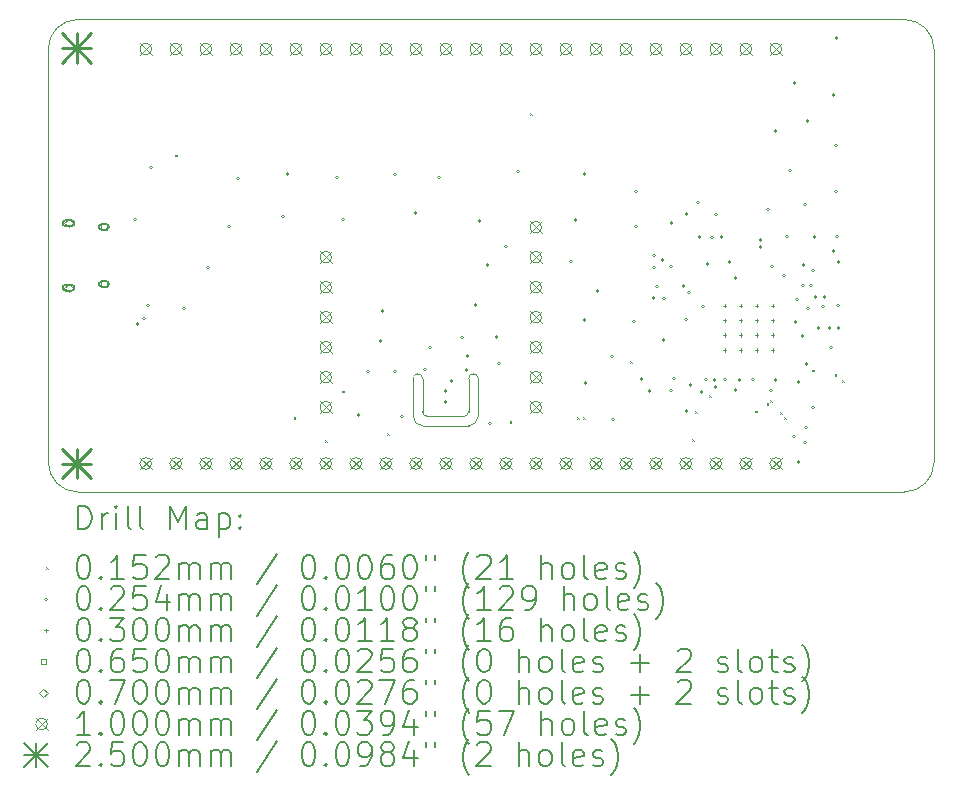
<source format=gbr>
%FSLAX45Y45*%
G04 Gerber Fmt 4.5, Leading zero omitted, Abs format (unit mm)*
G04 Created by KiCad (PCBNEW (6.0.0)) date 2022-01-25 13:51:41*
%MOMM*%
%LPD*%
G01*
G04 APERTURE LIST*
%TA.AperFunction,Profile*%
%ADD10C,0.100000*%
%TD*%
%ADD11C,0.200000*%
%ADD12C,0.015240*%
%ADD13C,0.025400*%
%ADD14C,0.030000*%
%ADD15C,0.065000*%
%ADD16C,0.070000*%
%ADD17C,0.100000*%
%ADD18C,0.250000*%
G04 APERTURE END LIST*
D10*
X7170000Y-8070000D02*
G75*
G03*
X7210000Y-8110000I40000J0D01*
G01*
X4250000Y-4750000D02*
G75*
G03*
X4000000Y-5000000I0J-250000D01*
G01*
X7560000Y-7790000D02*
X7560000Y-8070000D01*
X11500000Y-5000000D02*
X11500000Y-8500000D01*
X7170000Y-8070000D02*
X7170000Y-7790000D01*
X7090000Y-7790000D02*
X7090000Y-8110000D01*
X7560000Y-8190000D02*
G75*
G03*
X7640000Y-8110000I0J80000D01*
G01*
X7520000Y-8110000D02*
X7210000Y-8110000D01*
X7090000Y-8110000D02*
G75*
G03*
X7170000Y-8190000I80000J0D01*
G01*
X4000000Y-8500000D02*
X4000000Y-5000000D01*
X4250000Y-4750000D02*
X11250000Y-4750000D01*
X11250000Y-8750000D02*
G75*
G03*
X11500000Y-8500000I0J250000D01*
G01*
X11500000Y-5000000D02*
G75*
G03*
X11250000Y-4750000I-250000J0D01*
G01*
X7520000Y-8110000D02*
G75*
G03*
X7560000Y-8070000I0J40000D01*
G01*
X11250000Y-8750000D02*
X4250000Y-8750000D01*
X4000000Y-8500000D02*
G75*
G03*
X4250000Y-8750000I250000J0D01*
G01*
X7640000Y-8110000D02*
X7640000Y-7790000D01*
X7170000Y-7790000D02*
G75*
G03*
X7090000Y-7790000I-40000J0D01*
G01*
X7640000Y-7790000D02*
G75*
G03*
X7560000Y-7790000I-40000J0D01*
G01*
X7170000Y-8190000D02*
X7560000Y-8190000D01*
D11*
D12*
X5072380Y-5894380D02*
X5087620Y-5909620D01*
X5087620Y-5894380D02*
X5072380Y-5909620D01*
X6078380Y-8115380D02*
X6093620Y-8130620D01*
X6093620Y-8115380D02*
X6078380Y-8130620D01*
X6342380Y-8313380D02*
X6357620Y-8328620D01*
X6357620Y-8313380D02*
X6342380Y-8328620D01*
X6487380Y-7891380D02*
X6502620Y-7906620D01*
X6502620Y-7891380D02*
X6487380Y-7906620D01*
X6866630Y-8253630D02*
X6881870Y-8268870D01*
X6881870Y-8253630D02*
X6866630Y-8268870D01*
X7906380Y-8152380D02*
X7921620Y-8167620D01*
X7921620Y-8152380D02*
X7906380Y-8167620D01*
X8082380Y-5542380D02*
X8097620Y-5557620D01*
X8097620Y-5542380D02*
X8082380Y-5557620D01*
X8481380Y-8116380D02*
X8496620Y-8131620D01*
X8496620Y-8116380D02*
X8481380Y-8131620D01*
X8527380Y-8117380D02*
X8542620Y-8132620D01*
X8542620Y-8117380D02*
X8527380Y-8132620D01*
X8929380Y-7644380D02*
X8944620Y-7659620D01*
X8944620Y-7644380D02*
X8929380Y-7659620D01*
X9452380Y-8303380D02*
X9467620Y-8318620D01*
X9467620Y-8303380D02*
X9452380Y-8318620D01*
X9475381Y-8066380D02*
X9490621Y-8081620D01*
X9490621Y-8066380D02*
X9475381Y-8081620D01*
X9597380Y-7933380D02*
X9612620Y-7948620D01*
X9612620Y-7933380D02*
X9597380Y-7948620D01*
X9982380Y-8061380D02*
X9997620Y-8076620D01*
X9997620Y-8061380D02*
X9982380Y-8076620D01*
X10083220Y-7997031D02*
X10098460Y-8012271D01*
X10098460Y-7997031D02*
X10083220Y-8012271D01*
X10112380Y-7975380D02*
X10127620Y-7990620D01*
X10127620Y-7975380D02*
X10112380Y-7990620D01*
X10196380Y-8072380D02*
X10211620Y-8087620D01*
X10211620Y-8072380D02*
X10196380Y-8087620D01*
X10227380Y-8115380D02*
X10242620Y-8130620D01*
X10242620Y-8115380D02*
X10227380Y-8130620D01*
X10470380Y-7714380D02*
X10485620Y-7729620D01*
X10485620Y-7714380D02*
X10470380Y-7729620D01*
X10657380Y-7752380D02*
X10672620Y-7767620D01*
X10672620Y-7752380D02*
X10657380Y-7767620D01*
X10723380Y-7802380D02*
X10738620Y-7817620D01*
X10738620Y-7802380D02*
X10723380Y-7817620D01*
D13*
X4746700Y-6445000D02*
G75*
G03*
X4746700Y-6445000I-12700J0D01*
G01*
X4766700Y-7329000D02*
G75*
G03*
X4766700Y-7329000I-12700J0D01*
G01*
X4826699Y-7282500D02*
G75*
G03*
X4826699Y-7282500I-12700J0D01*
G01*
X4857700Y-7175000D02*
G75*
G03*
X4857700Y-7175000I-12700J0D01*
G01*
X4881850Y-6001850D02*
G75*
G03*
X4881850Y-6001850I-12700J0D01*
G01*
X5162700Y-7198000D02*
G75*
G03*
X5162700Y-7198000I-12700J0D01*
G01*
X5365700Y-6852000D02*
G75*
G03*
X5365700Y-6852000I-12700J0D01*
G01*
X5542700Y-6504000D02*
G75*
G03*
X5542700Y-6504000I-12700J0D01*
G01*
X5621700Y-6094000D02*
G75*
G03*
X5621700Y-6094000I-12700J0D01*
G01*
X6000700Y-6420000D02*
G75*
G03*
X6000700Y-6420000I-12700J0D01*
G01*
X6035700Y-6059000D02*
G75*
G03*
X6035700Y-6059000I-12700J0D01*
G01*
X6458700Y-6085000D02*
G75*
G03*
X6458700Y-6085000I-12700J0D01*
G01*
X6506700Y-6442000D02*
G75*
G03*
X6506700Y-6442000I-12700J0D01*
G01*
X6639700Y-8097000D02*
G75*
G03*
X6639700Y-8097000I-12700J0D01*
G01*
X6721700Y-7728000D02*
G75*
G03*
X6721700Y-7728000I-12700J0D01*
G01*
X6825700Y-7472000D02*
G75*
G03*
X6825700Y-7472000I-12700J0D01*
G01*
X6842700Y-7219000D02*
G75*
G03*
X6842700Y-7219000I-12700J0D01*
G01*
X6951700Y-6063000D02*
G75*
G03*
X6951700Y-6063000I-12700J0D01*
G01*
X6951700Y-7730000D02*
G75*
G03*
X6951700Y-7730000I-12700J0D01*
G01*
X7005700Y-8113000D02*
G75*
G03*
X7005700Y-8113000I-12700J0D01*
G01*
X7123700Y-6389000D02*
G75*
G03*
X7123700Y-6389000I-12700J0D01*
G01*
X7204700Y-7713000D02*
G75*
G03*
X7204700Y-7713000I-12700J0D01*
G01*
X7241700Y-7527000D02*
G75*
G03*
X7241700Y-7527000I-12700J0D01*
G01*
X7324700Y-6088000D02*
G75*
G03*
X7324700Y-6088000I-12700J0D01*
G01*
X7378700Y-7897000D02*
G75*
G03*
X7378700Y-7897000I-12700J0D01*
G01*
X7378700Y-7986999D02*
G75*
G03*
X7378700Y-7986999I-12700J0D01*
G01*
X7428700Y-7808000D02*
G75*
G03*
X7428700Y-7808000I-12700J0D01*
G01*
X7516700Y-7439000D02*
G75*
G03*
X7516700Y-7439000I-12700J0D01*
G01*
X7551699Y-7718001D02*
G75*
G03*
X7551699Y-7718001I-12700J0D01*
G01*
X7563700Y-7596000D02*
G75*
G03*
X7563700Y-7596000I-12700J0D01*
G01*
X7631700Y-7168000D02*
G75*
G03*
X7631700Y-7168000I-12700J0D01*
G01*
X7667700Y-6456000D02*
G75*
G03*
X7667700Y-6456000I-12700J0D01*
G01*
X7731700Y-6831000D02*
G75*
G03*
X7731700Y-6831000I-12700J0D01*
G01*
X7753700Y-8171000D02*
G75*
G03*
X7753700Y-8171000I-12700J0D01*
G01*
X7804700Y-7438000D02*
G75*
G03*
X7804700Y-7438000I-12700J0D01*
G01*
X7830700Y-7663000D02*
G75*
G03*
X7830700Y-7663000I-12700J0D01*
G01*
X7887700Y-6670000D02*
G75*
G03*
X7887700Y-6670000I-12700J0D01*
G01*
X7986700Y-6037000D02*
G75*
G03*
X7986700Y-6037000I-12700J0D01*
G01*
X8440700Y-6799000D02*
G75*
G03*
X8440700Y-6799000I-12700J0D01*
G01*
X8475700Y-6450000D02*
G75*
G03*
X8475700Y-6450000I-12700J0D01*
G01*
X8554700Y-6061000D02*
G75*
G03*
X8554700Y-6061000I-12700J0D01*
G01*
X8554700Y-7296000D02*
G75*
G03*
X8554700Y-7296000I-12700J0D01*
G01*
X8560700Y-7826000D02*
G75*
G03*
X8560700Y-7826000I-12700J0D01*
G01*
X8662700Y-7052000D02*
G75*
G03*
X8662700Y-7052000I-12700J0D01*
G01*
X8783700Y-7604000D02*
G75*
G03*
X8783700Y-7604000I-12700J0D01*
G01*
X8794700Y-8135000D02*
G75*
G03*
X8794700Y-8135000I-12700J0D01*
G01*
X8974700Y-7305000D02*
G75*
G03*
X8974700Y-7305000I-12700J0D01*
G01*
X8988700Y-6203000D02*
G75*
G03*
X8988700Y-6203000I-12700J0D01*
G01*
X8992700Y-6503000D02*
G75*
G03*
X8992700Y-6503000I-12700J0D01*
G01*
X9035700Y-7795000D02*
G75*
G03*
X9035700Y-7795000I-12700J0D01*
G01*
X9102700Y-7895000D02*
G75*
G03*
X9102700Y-7895000I-12700J0D01*
G01*
X9134700Y-7109000D02*
G75*
G03*
X9134700Y-7109000I-12700J0D01*
G01*
X9141700Y-6853000D02*
G75*
G03*
X9141700Y-6853000I-12700J0D01*
G01*
X9142700Y-6745000D02*
G75*
G03*
X9142700Y-6745000I-12700J0D01*
G01*
X9167700Y-7007000D02*
G75*
G03*
X9167700Y-7007000I-12700J0D01*
G01*
X9212700Y-6785000D02*
G75*
G03*
X9212700Y-6785000I-12700J0D01*
G01*
X9221700Y-7463000D02*
G75*
G03*
X9221700Y-7463000I-12700J0D01*
G01*
X9225700Y-7109000D02*
G75*
G03*
X9225700Y-7109000I-12700J0D01*
G01*
X9284701Y-6842999D02*
G75*
G03*
X9284701Y-6842999I-12700J0D01*
G01*
X9285700Y-7888000D02*
G75*
G03*
X9285700Y-7888000I-12700J0D01*
G01*
X9287700Y-6473000D02*
G75*
G03*
X9287700Y-6473000I-12700J0D01*
G01*
X9311700Y-7788000D02*
G75*
G03*
X9311700Y-7788000I-12700J0D01*
G01*
X9390200Y-7007500D02*
G75*
G03*
X9390200Y-7007500I-12700J0D01*
G01*
X9413700Y-7288000D02*
G75*
G03*
X9413700Y-7288000I-12700J0D01*
G01*
X9417700Y-8065000D02*
G75*
G03*
X9417700Y-8065000I-12700J0D01*
G01*
X9418700Y-6396000D02*
G75*
G03*
X9418700Y-6396000I-12700J0D01*
G01*
X9436699Y-7061500D02*
G75*
G03*
X9436699Y-7061500I-12700J0D01*
G01*
X9452144Y-7845444D02*
G75*
G03*
X9452144Y-7845444I-12700J0D01*
G01*
X9512700Y-6300000D02*
G75*
G03*
X9512700Y-6300000I-12700J0D01*
G01*
X9527700Y-6594000D02*
G75*
G03*
X9527700Y-6594000I-12700J0D01*
G01*
X9544700Y-7905000D02*
G75*
G03*
X9544700Y-7905000I-12700J0D01*
G01*
X9557701Y-7180001D02*
G75*
G03*
X9557701Y-7180001I-12700J0D01*
G01*
X9582700Y-7800000D02*
G75*
G03*
X9582700Y-7800000I-12700J0D01*
G01*
X9595701Y-6822999D02*
G75*
G03*
X9595701Y-6822999I-12700J0D01*
G01*
X9634700Y-6594000D02*
G75*
G03*
X9634700Y-6594000I-12700J0D01*
G01*
X9654619Y-7800000D02*
G75*
G03*
X9654619Y-7800000I-12700J0D01*
G01*
X9659700Y-7862000D02*
G75*
G03*
X9659700Y-7862000I-12700J0D01*
G01*
X9669700Y-6402000D02*
G75*
G03*
X9669700Y-6402000I-12700J0D01*
G01*
X9712700Y-6590000D02*
G75*
G03*
X9712700Y-6590000I-12700J0D01*
G01*
X9742701Y-7800000D02*
G75*
G03*
X9742701Y-7800000I-12700J0D01*
G01*
X9777700Y-6802500D02*
G75*
G03*
X9777700Y-6802500I-12700J0D01*
G01*
X9831700Y-6942000D02*
G75*
G03*
X9831700Y-6942000I-12700J0D01*
G01*
X9832700Y-7890000D02*
G75*
G03*
X9832700Y-7890000I-12700J0D01*
G01*
X9867700Y-7800000D02*
G75*
G03*
X9867700Y-7800000I-12700J0D01*
G01*
X9980700Y-7800000D02*
G75*
G03*
X9980700Y-7800000I-12700J0D01*
G01*
X10041700Y-6617000D02*
G75*
G03*
X10041700Y-6617000I-12700J0D01*
G01*
X10042700Y-6678000D02*
G75*
G03*
X10042700Y-6678000I-12700J0D01*
G01*
X10105700Y-6356000D02*
G75*
G03*
X10105700Y-6356000I-12700J0D01*
G01*
X10132700Y-7890000D02*
G75*
G03*
X10132700Y-7890000I-12700J0D01*
G01*
X10140700Y-6843000D02*
G75*
G03*
X10140700Y-6843000I-12700J0D01*
G01*
X10169700Y-7800000D02*
G75*
G03*
X10169700Y-7800000I-12700J0D01*
G01*
X10172700Y-5693000D02*
G75*
G03*
X10172700Y-5693000I-12700J0D01*
G01*
X10241700Y-6919000D02*
G75*
G03*
X10241700Y-6919000I-12700J0D01*
G01*
X10267700Y-6590000D02*
G75*
G03*
X10267700Y-6590000I-12700J0D01*
G01*
X10293700Y-6031000D02*
G75*
G03*
X10293700Y-6031000I-12700J0D01*
G01*
X10326700Y-8282000D02*
G75*
G03*
X10326700Y-8282000I-12700J0D01*
G01*
X10328700Y-5288000D02*
G75*
G03*
X10328700Y-5288000I-12700J0D01*
G01*
X10342700Y-7312000D02*
G75*
G03*
X10342700Y-7312000I-12700J0D01*
G01*
X10355700Y-7120000D02*
G75*
G03*
X10355700Y-7120000I-12700J0D01*
G01*
X10365700Y-7820000D02*
G75*
G03*
X10365700Y-7820000I-12700J0D01*
G01*
X10366700Y-8499000D02*
G75*
G03*
X10366700Y-8499000I-12700J0D01*
G01*
X10400700Y-7432000D02*
G75*
G03*
X10400700Y-7432000I-12700J0D01*
G01*
X10404701Y-6828000D02*
G75*
G03*
X10404701Y-6828000I-12700J0D01*
G01*
X10404701Y-7000001D02*
G75*
G03*
X10404701Y-7000001I-12700J0D01*
G01*
X10416700Y-6317000D02*
G75*
G03*
X10416700Y-6317000I-12700J0D01*
G01*
X10423700Y-8332000D02*
G75*
G03*
X10423700Y-8332000I-12700J0D01*
G01*
X10427700Y-8206000D02*
G75*
G03*
X10427700Y-8206000I-12700J0D01*
G01*
X10429700Y-7667000D02*
G75*
G03*
X10429700Y-7667000I-12700J0D01*
G01*
X10441700Y-5611000D02*
G75*
G03*
X10441700Y-5611000I-12700J0D01*
G01*
X10446700Y-7194000D02*
G75*
G03*
X10446700Y-7194000I-12700J0D01*
G01*
X10471700Y-7003000D02*
G75*
G03*
X10471700Y-7003000I-12700J0D01*
G01*
X10488700Y-6874000D02*
G75*
G03*
X10488700Y-6874000I-12700J0D01*
G01*
X10489700Y-8037000D02*
G75*
G03*
X10489700Y-8037000I-12700J0D01*
G01*
X10502700Y-6590000D02*
G75*
G03*
X10502700Y-6590000I-12700J0D01*
G01*
X10506700Y-7099000D02*
G75*
G03*
X10506700Y-7099000I-12700J0D01*
G01*
X10532700Y-7360000D02*
G75*
G03*
X10532700Y-7360000I-12700J0D01*
G01*
X10570700Y-7181000D02*
G75*
G03*
X10570700Y-7181000I-12700J0D01*
G01*
X10587700Y-7098000D02*
G75*
G03*
X10587700Y-7098000I-12700J0D01*
G01*
X10627700Y-7360000D02*
G75*
G03*
X10627700Y-7360000I-12700J0D01*
G01*
X10639700Y-7524000D02*
G75*
G03*
X10639700Y-7524000I-12700J0D01*
G01*
X10662700Y-5387000D02*
G75*
G03*
X10662700Y-5387000I-12700J0D01*
G01*
X10662700Y-6710000D02*
G75*
G03*
X10662700Y-6710000I-12700J0D01*
G01*
X10682700Y-5818000D02*
G75*
G03*
X10682700Y-5818000I-12700J0D01*
G01*
X10682700Y-6209000D02*
G75*
G03*
X10682700Y-6209000I-12700J0D01*
G01*
X10685700Y-4904000D02*
G75*
G03*
X10685700Y-4904000I-12700J0D01*
G01*
X10692700Y-6590000D02*
G75*
G03*
X10692700Y-6590000I-12700J0D01*
G01*
X10702700Y-7172500D02*
G75*
G03*
X10702700Y-7172500I-12700J0D01*
G01*
X10705700Y-7360000D02*
G75*
G03*
X10705700Y-7360000I-12700J0D01*
G01*
X10706700Y-6802000D02*
G75*
G03*
X10706700Y-6802000I-12700J0D01*
G01*
D14*
X9727500Y-7157500D02*
X9727500Y-7187500D01*
X9712500Y-7172500D02*
X9742500Y-7172500D01*
X9727500Y-7282500D02*
X9727500Y-7312500D01*
X9712500Y-7297500D02*
X9742500Y-7297500D01*
X9727500Y-7407500D02*
X9727500Y-7437500D01*
X9712500Y-7422500D02*
X9742500Y-7422500D01*
X9727500Y-7532500D02*
X9727500Y-7562500D01*
X9712500Y-7547500D02*
X9742500Y-7547500D01*
X9862500Y-7157500D02*
X9862500Y-7187500D01*
X9847500Y-7172500D02*
X9877500Y-7172500D01*
X9862500Y-7282500D02*
X9862500Y-7312500D01*
X9847500Y-7297500D02*
X9877500Y-7297500D01*
X9862500Y-7407500D02*
X9862500Y-7437500D01*
X9847500Y-7422500D02*
X9877500Y-7422500D01*
X9862500Y-7532500D02*
X9862500Y-7562500D01*
X9847500Y-7547500D02*
X9877500Y-7547500D01*
X9997500Y-7157500D02*
X9997500Y-7187500D01*
X9982500Y-7172500D02*
X10012500Y-7172500D01*
X9997500Y-7282500D02*
X9997500Y-7312500D01*
X9982500Y-7297500D02*
X10012500Y-7297500D01*
X9997500Y-7407500D02*
X9997500Y-7437500D01*
X9982500Y-7422500D02*
X10012500Y-7422500D01*
X9997500Y-7532500D02*
X9997500Y-7562500D01*
X9982500Y-7547500D02*
X10012500Y-7547500D01*
X10132500Y-7157500D02*
X10132500Y-7187500D01*
X10117500Y-7172500D02*
X10147500Y-7172500D01*
X10132500Y-7282500D02*
X10132500Y-7312500D01*
X10117500Y-7297500D02*
X10147500Y-7297500D01*
X10132500Y-7407500D02*
X10132500Y-7437500D01*
X10117500Y-7422500D02*
X10147500Y-7422500D01*
X10132500Y-7532500D02*
X10132500Y-7562500D01*
X10117500Y-7547500D02*
X10147500Y-7547500D01*
D15*
X4494981Y-6528981D02*
X4494981Y-6483019D01*
X4449019Y-6483019D01*
X4449019Y-6528981D01*
X4494981Y-6528981D01*
D11*
X4452000Y-6528500D02*
X4492000Y-6528500D01*
X4452000Y-6483500D02*
X4492000Y-6483500D01*
X4492000Y-6528500D02*
G75*
G03*
X4492000Y-6483500I0J22500D01*
G01*
X4452000Y-6483500D02*
G75*
G03*
X4452000Y-6528500I0J-22500D01*
G01*
D15*
X4494981Y-7012981D02*
X4494981Y-6967019D01*
X4449019Y-6967019D01*
X4449019Y-7012981D01*
X4494981Y-7012981D01*
D11*
X4452000Y-7012500D02*
X4492000Y-7012500D01*
X4452000Y-6967500D02*
X4492000Y-6967500D01*
X4492000Y-7012500D02*
G75*
G03*
X4492000Y-6967500I0J22500D01*
G01*
X4452000Y-6967500D02*
G75*
G03*
X4452000Y-7012500I0J-22500D01*
G01*
D16*
X4172000Y-6510000D02*
X4207000Y-6475000D01*
X4172000Y-6440000D01*
X4137000Y-6475000D01*
X4172000Y-6510000D01*
D11*
X4147000Y-6500000D02*
X4197000Y-6500000D01*
X4147000Y-6450000D02*
X4197000Y-6450000D01*
X4197000Y-6500000D02*
G75*
G03*
X4197000Y-6450000I0J25000D01*
G01*
X4147000Y-6450000D02*
G75*
G03*
X4147000Y-6500000I0J-25000D01*
G01*
D16*
X4172000Y-7056000D02*
X4207000Y-7021000D01*
X4172000Y-6986000D01*
X4137000Y-7021000D01*
X4172000Y-7056000D01*
D11*
X4147000Y-7046000D02*
X4197000Y-7046000D01*
X4147000Y-6996000D02*
X4197000Y-6996000D01*
X4197000Y-7046000D02*
G75*
G03*
X4197000Y-6996000I0J25000D01*
G01*
X4147000Y-6996000D02*
G75*
G03*
X4147000Y-7046000I0J-25000D01*
G01*
D17*
X4776000Y-4950000D02*
X4876000Y-5050000D01*
X4876000Y-4950000D02*
X4776000Y-5050000D01*
X4876000Y-5000000D02*
G75*
G03*
X4876000Y-5000000I-50000J0D01*
G01*
X4776000Y-8459000D02*
X4876000Y-8559000D01*
X4876000Y-8459000D02*
X4776000Y-8559000D01*
X4876000Y-8509000D02*
G75*
G03*
X4876000Y-8509000I-50000J0D01*
G01*
X5030000Y-4950000D02*
X5130000Y-5050000D01*
X5130000Y-4950000D02*
X5030000Y-5050000D01*
X5130000Y-5000000D02*
G75*
G03*
X5130000Y-5000000I-50000J0D01*
G01*
X5030000Y-8459000D02*
X5130000Y-8559000D01*
X5130000Y-8459000D02*
X5030000Y-8559000D01*
X5130000Y-8509000D02*
G75*
G03*
X5130000Y-8509000I-50000J0D01*
G01*
X5284000Y-4950000D02*
X5384000Y-5050000D01*
X5384000Y-4950000D02*
X5284000Y-5050000D01*
X5384000Y-5000000D02*
G75*
G03*
X5384000Y-5000000I-50000J0D01*
G01*
X5284000Y-8459000D02*
X5384000Y-8559000D01*
X5384000Y-8459000D02*
X5284000Y-8559000D01*
X5384000Y-8509000D02*
G75*
G03*
X5384000Y-8509000I-50000J0D01*
G01*
X5538000Y-4950000D02*
X5638000Y-5050000D01*
X5638000Y-4950000D02*
X5538000Y-5050000D01*
X5638000Y-5000000D02*
G75*
G03*
X5638000Y-5000000I-50000J0D01*
G01*
X5538000Y-8459000D02*
X5638000Y-8559000D01*
X5638000Y-8459000D02*
X5538000Y-8559000D01*
X5638000Y-8509000D02*
G75*
G03*
X5638000Y-8509000I-50000J0D01*
G01*
X5792000Y-4950000D02*
X5892000Y-5050000D01*
X5892000Y-4950000D02*
X5792000Y-5050000D01*
X5892000Y-5000000D02*
G75*
G03*
X5892000Y-5000000I-50000J0D01*
G01*
X5792000Y-8459000D02*
X5892000Y-8559000D01*
X5892000Y-8459000D02*
X5792000Y-8559000D01*
X5892000Y-8509000D02*
G75*
G03*
X5892000Y-8509000I-50000J0D01*
G01*
X6046000Y-4950000D02*
X6146000Y-5050000D01*
X6146000Y-4950000D02*
X6046000Y-5050000D01*
X6146000Y-5000000D02*
G75*
G03*
X6146000Y-5000000I-50000J0D01*
G01*
X6046000Y-8459000D02*
X6146000Y-8559000D01*
X6146000Y-8459000D02*
X6046000Y-8559000D01*
X6146000Y-8509000D02*
G75*
G03*
X6146000Y-8509000I-50000J0D01*
G01*
X6300000Y-4950000D02*
X6400000Y-5050000D01*
X6400000Y-4950000D02*
X6300000Y-5050000D01*
X6400000Y-5000000D02*
G75*
G03*
X6400000Y-5000000I-50000J0D01*
G01*
X6300000Y-6712001D02*
X6400000Y-6812001D01*
X6400000Y-6712001D02*
X6300000Y-6812001D01*
X6400000Y-6762001D02*
G75*
G03*
X6400000Y-6762001I-50000J0D01*
G01*
X6300000Y-6966001D02*
X6400000Y-7066001D01*
X6400000Y-6966001D02*
X6300000Y-7066001D01*
X6400000Y-7016001D02*
G75*
G03*
X6400000Y-7016001I-50000J0D01*
G01*
X6300000Y-7220001D02*
X6400000Y-7320001D01*
X6400000Y-7220001D02*
X6300000Y-7320001D01*
X6400000Y-7270001D02*
G75*
G03*
X6400000Y-7270001I-50000J0D01*
G01*
X6300000Y-7474001D02*
X6400000Y-7574001D01*
X6400000Y-7474001D02*
X6300000Y-7574001D01*
X6400000Y-7524001D02*
G75*
G03*
X6400000Y-7524001I-50000J0D01*
G01*
X6300000Y-7728001D02*
X6400000Y-7828001D01*
X6400000Y-7728001D02*
X6300000Y-7828001D01*
X6400000Y-7778001D02*
G75*
G03*
X6400000Y-7778001I-50000J0D01*
G01*
X6300000Y-7982001D02*
X6400000Y-8082001D01*
X6400000Y-7982001D02*
X6300000Y-8082001D01*
X6400000Y-8032001D02*
G75*
G03*
X6400000Y-8032001I-50000J0D01*
G01*
X6300000Y-8459000D02*
X6400000Y-8559000D01*
X6400000Y-8459000D02*
X6300000Y-8559000D01*
X6400000Y-8509000D02*
G75*
G03*
X6400000Y-8509000I-50000J0D01*
G01*
X6554000Y-4950000D02*
X6654000Y-5050000D01*
X6654000Y-4950000D02*
X6554000Y-5050000D01*
X6654000Y-5000000D02*
G75*
G03*
X6654000Y-5000000I-50000J0D01*
G01*
X6554000Y-8459000D02*
X6654000Y-8559000D01*
X6654000Y-8459000D02*
X6554000Y-8559000D01*
X6654000Y-8509000D02*
G75*
G03*
X6654000Y-8509000I-50000J0D01*
G01*
X6808000Y-4950000D02*
X6908000Y-5050000D01*
X6908000Y-4950000D02*
X6808000Y-5050000D01*
X6908000Y-5000000D02*
G75*
G03*
X6908000Y-5000000I-50000J0D01*
G01*
X6808000Y-8459000D02*
X6908000Y-8559000D01*
X6908000Y-8459000D02*
X6808000Y-8559000D01*
X6908000Y-8509000D02*
G75*
G03*
X6908000Y-8509000I-50000J0D01*
G01*
X7062000Y-4950000D02*
X7162000Y-5050000D01*
X7162000Y-4950000D02*
X7062000Y-5050000D01*
X7162000Y-5000000D02*
G75*
G03*
X7162000Y-5000000I-50000J0D01*
G01*
X7062000Y-8459000D02*
X7162000Y-8559000D01*
X7162000Y-8459000D02*
X7062000Y-8559000D01*
X7162000Y-8509000D02*
G75*
G03*
X7162000Y-8509000I-50000J0D01*
G01*
X7316000Y-4950000D02*
X7416000Y-5050000D01*
X7416000Y-4950000D02*
X7316000Y-5050000D01*
X7416000Y-5000000D02*
G75*
G03*
X7416000Y-5000000I-50000J0D01*
G01*
X7316000Y-8459000D02*
X7416000Y-8559000D01*
X7416000Y-8459000D02*
X7316000Y-8559000D01*
X7416000Y-8509000D02*
G75*
G03*
X7416000Y-8509000I-50000J0D01*
G01*
X7570000Y-4950000D02*
X7670000Y-5050000D01*
X7670000Y-4950000D02*
X7570000Y-5050000D01*
X7670000Y-5000000D02*
G75*
G03*
X7670000Y-5000000I-50000J0D01*
G01*
X7570000Y-8459000D02*
X7670000Y-8559000D01*
X7670000Y-8459000D02*
X7570000Y-8559000D01*
X7670000Y-8509000D02*
G75*
G03*
X7670000Y-8509000I-50000J0D01*
G01*
X7824000Y-4950000D02*
X7924000Y-5050000D01*
X7924000Y-4950000D02*
X7824000Y-5050000D01*
X7924000Y-5000000D02*
G75*
G03*
X7924000Y-5000000I-50000J0D01*
G01*
X7824000Y-8459000D02*
X7924000Y-8559000D01*
X7924000Y-8459000D02*
X7824000Y-8559000D01*
X7924000Y-8509000D02*
G75*
G03*
X7924000Y-8509000I-50000J0D01*
G01*
X8078000Y-4950000D02*
X8178000Y-5050000D01*
X8178000Y-4950000D02*
X8078000Y-5050000D01*
X8178000Y-5000000D02*
G75*
G03*
X8178000Y-5000000I-50000J0D01*
G01*
X8078000Y-6458001D02*
X8178000Y-6558001D01*
X8178000Y-6458001D02*
X8078000Y-6558001D01*
X8178000Y-6508001D02*
G75*
G03*
X8178000Y-6508001I-50000J0D01*
G01*
X8078000Y-6712001D02*
X8178000Y-6812001D01*
X8178000Y-6712001D02*
X8078000Y-6812001D01*
X8178000Y-6762001D02*
G75*
G03*
X8178000Y-6762001I-50000J0D01*
G01*
X8078000Y-6966001D02*
X8178000Y-7066001D01*
X8178000Y-6966001D02*
X8078000Y-7066001D01*
X8178000Y-7016001D02*
G75*
G03*
X8178000Y-7016001I-50000J0D01*
G01*
X8078000Y-7220001D02*
X8178000Y-7320001D01*
X8178000Y-7220001D02*
X8078000Y-7320001D01*
X8178000Y-7270001D02*
G75*
G03*
X8178000Y-7270001I-50000J0D01*
G01*
X8078000Y-7474001D02*
X8178000Y-7574001D01*
X8178000Y-7474001D02*
X8078000Y-7574001D01*
X8178000Y-7524001D02*
G75*
G03*
X8178000Y-7524001I-50000J0D01*
G01*
X8078000Y-7728001D02*
X8178000Y-7828001D01*
X8178000Y-7728001D02*
X8078000Y-7828001D01*
X8178000Y-7778001D02*
G75*
G03*
X8178000Y-7778001I-50000J0D01*
G01*
X8078000Y-7982001D02*
X8178000Y-8082001D01*
X8178000Y-7982001D02*
X8078000Y-8082001D01*
X8178000Y-8032001D02*
G75*
G03*
X8178000Y-8032001I-50000J0D01*
G01*
X8078000Y-8459000D02*
X8178000Y-8559000D01*
X8178000Y-8459000D02*
X8078000Y-8559000D01*
X8178000Y-8509000D02*
G75*
G03*
X8178000Y-8509000I-50000J0D01*
G01*
X8332000Y-4950000D02*
X8432000Y-5050000D01*
X8432000Y-4950000D02*
X8332000Y-5050000D01*
X8432000Y-5000000D02*
G75*
G03*
X8432000Y-5000000I-50000J0D01*
G01*
X8332000Y-8459000D02*
X8432000Y-8559000D01*
X8432000Y-8459000D02*
X8332000Y-8559000D01*
X8432000Y-8509000D02*
G75*
G03*
X8432000Y-8509000I-50000J0D01*
G01*
X8586000Y-4950000D02*
X8686000Y-5050000D01*
X8686000Y-4950000D02*
X8586000Y-5050000D01*
X8686000Y-5000000D02*
G75*
G03*
X8686000Y-5000000I-50000J0D01*
G01*
X8586000Y-8459000D02*
X8686000Y-8559000D01*
X8686000Y-8459000D02*
X8586000Y-8559000D01*
X8686000Y-8509000D02*
G75*
G03*
X8686000Y-8509000I-50000J0D01*
G01*
X8840000Y-4950000D02*
X8940000Y-5050000D01*
X8940000Y-4950000D02*
X8840000Y-5050000D01*
X8940000Y-5000000D02*
G75*
G03*
X8940000Y-5000000I-50000J0D01*
G01*
X8840000Y-8459000D02*
X8940000Y-8559000D01*
X8940000Y-8459000D02*
X8840000Y-8559000D01*
X8940000Y-8509000D02*
G75*
G03*
X8940000Y-8509000I-50000J0D01*
G01*
X9094000Y-4950000D02*
X9194000Y-5050000D01*
X9194000Y-4950000D02*
X9094000Y-5050000D01*
X9194000Y-5000000D02*
G75*
G03*
X9194000Y-5000000I-50000J0D01*
G01*
X9094000Y-8459000D02*
X9194000Y-8559000D01*
X9194000Y-8459000D02*
X9094000Y-8559000D01*
X9194000Y-8509000D02*
G75*
G03*
X9194000Y-8509000I-50000J0D01*
G01*
X9348000Y-4950000D02*
X9448000Y-5050000D01*
X9448000Y-4950000D02*
X9348000Y-5050000D01*
X9448000Y-5000000D02*
G75*
G03*
X9448000Y-5000000I-50000J0D01*
G01*
X9348000Y-8459000D02*
X9448000Y-8559000D01*
X9448000Y-8459000D02*
X9348000Y-8559000D01*
X9448000Y-8509000D02*
G75*
G03*
X9448000Y-8509000I-50000J0D01*
G01*
X9602000Y-4950000D02*
X9702000Y-5050000D01*
X9702000Y-4950000D02*
X9602000Y-5050000D01*
X9702000Y-5000000D02*
G75*
G03*
X9702000Y-5000000I-50000J0D01*
G01*
X9602000Y-8459000D02*
X9702000Y-8559000D01*
X9702000Y-8459000D02*
X9602000Y-8559000D01*
X9702000Y-8509000D02*
G75*
G03*
X9702000Y-8509000I-50000J0D01*
G01*
X9856000Y-4950000D02*
X9956000Y-5050000D01*
X9956000Y-4950000D02*
X9856000Y-5050000D01*
X9956000Y-5000000D02*
G75*
G03*
X9956000Y-5000000I-50000J0D01*
G01*
X9856000Y-8459000D02*
X9956000Y-8559000D01*
X9956000Y-8459000D02*
X9856000Y-8559000D01*
X9956000Y-8509000D02*
G75*
G03*
X9956000Y-8509000I-50000J0D01*
G01*
X10110000Y-4950000D02*
X10210000Y-5050000D01*
X10210000Y-4950000D02*
X10110000Y-5050000D01*
X10210000Y-5000000D02*
G75*
G03*
X10210000Y-5000000I-50000J0D01*
G01*
X10110000Y-8459000D02*
X10210000Y-8559000D01*
X10210000Y-8459000D02*
X10110000Y-8559000D01*
X10210000Y-8509000D02*
G75*
G03*
X10210000Y-8509000I-50000J0D01*
G01*
D18*
X4115000Y-4865000D02*
X4365000Y-5115000D01*
X4365000Y-4865000D02*
X4115000Y-5115000D01*
X4240000Y-4865000D02*
X4240000Y-5115000D01*
X4115000Y-4990000D02*
X4365000Y-4990000D01*
X4115000Y-8385000D02*
X4365000Y-8635000D01*
X4365000Y-8385000D02*
X4115000Y-8635000D01*
X4240000Y-8385000D02*
X4240000Y-8635000D01*
X4115000Y-8510000D02*
X4365000Y-8510000D01*
D11*
X4252619Y-9065476D02*
X4252619Y-8865476D01*
X4300238Y-8865476D01*
X4328810Y-8875000D01*
X4347857Y-8894048D01*
X4357381Y-8913095D01*
X4366905Y-8951190D01*
X4366905Y-8979762D01*
X4357381Y-9017857D01*
X4347857Y-9036905D01*
X4328810Y-9055952D01*
X4300238Y-9065476D01*
X4252619Y-9065476D01*
X4452619Y-9065476D02*
X4452619Y-8932143D01*
X4452619Y-8970238D02*
X4462143Y-8951190D01*
X4471667Y-8941667D01*
X4490714Y-8932143D01*
X4509762Y-8932143D01*
X4576429Y-9065476D02*
X4576429Y-8932143D01*
X4576429Y-8865476D02*
X4566905Y-8875000D01*
X4576429Y-8884524D01*
X4585952Y-8875000D01*
X4576429Y-8865476D01*
X4576429Y-8884524D01*
X4700238Y-9065476D02*
X4681190Y-9055952D01*
X4671667Y-9036905D01*
X4671667Y-8865476D01*
X4805000Y-9065476D02*
X4785952Y-9055952D01*
X4776429Y-9036905D01*
X4776429Y-8865476D01*
X5033571Y-9065476D02*
X5033571Y-8865476D01*
X5100238Y-9008333D01*
X5166905Y-8865476D01*
X5166905Y-9065476D01*
X5347857Y-9065476D02*
X5347857Y-8960714D01*
X5338333Y-8941667D01*
X5319286Y-8932143D01*
X5281190Y-8932143D01*
X5262143Y-8941667D01*
X5347857Y-9055952D02*
X5328810Y-9065476D01*
X5281190Y-9065476D01*
X5262143Y-9055952D01*
X5252619Y-9036905D01*
X5252619Y-9017857D01*
X5262143Y-8998810D01*
X5281190Y-8989286D01*
X5328810Y-8989286D01*
X5347857Y-8979762D01*
X5443095Y-8932143D02*
X5443095Y-9132143D01*
X5443095Y-8941667D02*
X5462143Y-8932143D01*
X5500238Y-8932143D01*
X5519286Y-8941667D01*
X5528810Y-8951190D01*
X5538333Y-8970238D01*
X5538333Y-9027381D01*
X5528810Y-9046429D01*
X5519286Y-9055952D01*
X5500238Y-9065476D01*
X5462143Y-9065476D01*
X5443095Y-9055952D01*
X5624048Y-9046429D02*
X5633571Y-9055952D01*
X5624048Y-9065476D01*
X5614524Y-9055952D01*
X5624048Y-9046429D01*
X5624048Y-9065476D01*
X5624048Y-8941667D02*
X5633571Y-8951190D01*
X5624048Y-8960714D01*
X5614524Y-8951190D01*
X5624048Y-8941667D01*
X5624048Y-8960714D01*
D12*
X3979760Y-9387380D02*
X3995000Y-9402620D01*
X3995000Y-9387380D02*
X3979760Y-9402620D01*
D11*
X4290714Y-9285476D02*
X4309762Y-9285476D01*
X4328810Y-9295000D01*
X4338333Y-9304524D01*
X4347857Y-9323571D01*
X4357381Y-9361667D01*
X4357381Y-9409286D01*
X4347857Y-9447381D01*
X4338333Y-9466429D01*
X4328810Y-9475952D01*
X4309762Y-9485476D01*
X4290714Y-9485476D01*
X4271667Y-9475952D01*
X4262143Y-9466429D01*
X4252619Y-9447381D01*
X4243095Y-9409286D01*
X4243095Y-9361667D01*
X4252619Y-9323571D01*
X4262143Y-9304524D01*
X4271667Y-9295000D01*
X4290714Y-9285476D01*
X4443095Y-9466429D02*
X4452619Y-9475952D01*
X4443095Y-9485476D01*
X4433571Y-9475952D01*
X4443095Y-9466429D01*
X4443095Y-9485476D01*
X4643095Y-9485476D02*
X4528810Y-9485476D01*
X4585952Y-9485476D02*
X4585952Y-9285476D01*
X4566905Y-9314048D01*
X4547857Y-9333095D01*
X4528810Y-9342619D01*
X4824048Y-9285476D02*
X4728810Y-9285476D01*
X4719286Y-9380714D01*
X4728810Y-9371190D01*
X4747857Y-9361667D01*
X4795476Y-9361667D01*
X4814524Y-9371190D01*
X4824048Y-9380714D01*
X4833571Y-9399762D01*
X4833571Y-9447381D01*
X4824048Y-9466429D01*
X4814524Y-9475952D01*
X4795476Y-9485476D01*
X4747857Y-9485476D01*
X4728810Y-9475952D01*
X4719286Y-9466429D01*
X4909762Y-9304524D02*
X4919286Y-9295000D01*
X4938333Y-9285476D01*
X4985952Y-9285476D01*
X5005000Y-9295000D01*
X5014524Y-9304524D01*
X5024048Y-9323571D01*
X5024048Y-9342619D01*
X5014524Y-9371190D01*
X4900238Y-9485476D01*
X5024048Y-9485476D01*
X5109762Y-9485476D02*
X5109762Y-9352143D01*
X5109762Y-9371190D02*
X5119286Y-9361667D01*
X5138333Y-9352143D01*
X5166905Y-9352143D01*
X5185952Y-9361667D01*
X5195476Y-9380714D01*
X5195476Y-9485476D01*
X5195476Y-9380714D02*
X5205000Y-9361667D01*
X5224048Y-9352143D01*
X5252619Y-9352143D01*
X5271667Y-9361667D01*
X5281190Y-9380714D01*
X5281190Y-9485476D01*
X5376429Y-9485476D02*
X5376429Y-9352143D01*
X5376429Y-9371190D02*
X5385952Y-9361667D01*
X5405000Y-9352143D01*
X5433571Y-9352143D01*
X5452619Y-9361667D01*
X5462143Y-9380714D01*
X5462143Y-9485476D01*
X5462143Y-9380714D02*
X5471667Y-9361667D01*
X5490714Y-9352143D01*
X5519286Y-9352143D01*
X5538333Y-9361667D01*
X5547857Y-9380714D01*
X5547857Y-9485476D01*
X5938333Y-9275952D02*
X5766905Y-9533095D01*
X6195476Y-9285476D02*
X6214524Y-9285476D01*
X6233571Y-9295000D01*
X6243095Y-9304524D01*
X6252619Y-9323571D01*
X6262143Y-9361667D01*
X6262143Y-9409286D01*
X6252619Y-9447381D01*
X6243095Y-9466429D01*
X6233571Y-9475952D01*
X6214524Y-9485476D01*
X6195476Y-9485476D01*
X6176428Y-9475952D01*
X6166905Y-9466429D01*
X6157381Y-9447381D01*
X6147857Y-9409286D01*
X6147857Y-9361667D01*
X6157381Y-9323571D01*
X6166905Y-9304524D01*
X6176428Y-9295000D01*
X6195476Y-9285476D01*
X6347857Y-9466429D02*
X6357381Y-9475952D01*
X6347857Y-9485476D01*
X6338333Y-9475952D01*
X6347857Y-9466429D01*
X6347857Y-9485476D01*
X6481190Y-9285476D02*
X6500238Y-9285476D01*
X6519286Y-9295000D01*
X6528809Y-9304524D01*
X6538333Y-9323571D01*
X6547857Y-9361667D01*
X6547857Y-9409286D01*
X6538333Y-9447381D01*
X6528809Y-9466429D01*
X6519286Y-9475952D01*
X6500238Y-9485476D01*
X6481190Y-9485476D01*
X6462143Y-9475952D01*
X6452619Y-9466429D01*
X6443095Y-9447381D01*
X6433571Y-9409286D01*
X6433571Y-9361667D01*
X6443095Y-9323571D01*
X6452619Y-9304524D01*
X6462143Y-9295000D01*
X6481190Y-9285476D01*
X6671667Y-9285476D02*
X6690714Y-9285476D01*
X6709762Y-9295000D01*
X6719286Y-9304524D01*
X6728809Y-9323571D01*
X6738333Y-9361667D01*
X6738333Y-9409286D01*
X6728809Y-9447381D01*
X6719286Y-9466429D01*
X6709762Y-9475952D01*
X6690714Y-9485476D01*
X6671667Y-9485476D01*
X6652619Y-9475952D01*
X6643095Y-9466429D01*
X6633571Y-9447381D01*
X6624048Y-9409286D01*
X6624048Y-9361667D01*
X6633571Y-9323571D01*
X6643095Y-9304524D01*
X6652619Y-9295000D01*
X6671667Y-9285476D01*
X6909762Y-9285476D02*
X6871667Y-9285476D01*
X6852619Y-9295000D01*
X6843095Y-9304524D01*
X6824048Y-9333095D01*
X6814524Y-9371190D01*
X6814524Y-9447381D01*
X6824048Y-9466429D01*
X6833571Y-9475952D01*
X6852619Y-9485476D01*
X6890714Y-9485476D01*
X6909762Y-9475952D01*
X6919286Y-9466429D01*
X6928809Y-9447381D01*
X6928809Y-9399762D01*
X6919286Y-9380714D01*
X6909762Y-9371190D01*
X6890714Y-9361667D01*
X6852619Y-9361667D01*
X6833571Y-9371190D01*
X6824048Y-9380714D01*
X6814524Y-9399762D01*
X7052619Y-9285476D02*
X7071667Y-9285476D01*
X7090714Y-9295000D01*
X7100238Y-9304524D01*
X7109762Y-9323571D01*
X7119286Y-9361667D01*
X7119286Y-9409286D01*
X7109762Y-9447381D01*
X7100238Y-9466429D01*
X7090714Y-9475952D01*
X7071667Y-9485476D01*
X7052619Y-9485476D01*
X7033571Y-9475952D01*
X7024048Y-9466429D01*
X7014524Y-9447381D01*
X7005000Y-9409286D01*
X7005000Y-9361667D01*
X7014524Y-9323571D01*
X7024048Y-9304524D01*
X7033571Y-9295000D01*
X7052619Y-9285476D01*
X7195476Y-9285476D02*
X7195476Y-9323571D01*
X7271667Y-9285476D02*
X7271667Y-9323571D01*
X7566905Y-9561667D02*
X7557381Y-9552143D01*
X7538333Y-9523571D01*
X7528809Y-9504524D01*
X7519286Y-9475952D01*
X7509762Y-9428333D01*
X7509762Y-9390238D01*
X7519286Y-9342619D01*
X7528809Y-9314048D01*
X7538333Y-9295000D01*
X7557381Y-9266429D01*
X7566905Y-9256905D01*
X7633571Y-9304524D02*
X7643095Y-9295000D01*
X7662143Y-9285476D01*
X7709762Y-9285476D01*
X7728809Y-9295000D01*
X7738333Y-9304524D01*
X7747857Y-9323571D01*
X7747857Y-9342619D01*
X7738333Y-9371190D01*
X7624048Y-9485476D01*
X7747857Y-9485476D01*
X7938333Y-9485476D02*
X7824048Y-9485476D01*
X7881190Y-9485476D02*
X7881190Y-9285476D01*
X7862143Y-9314048D01*
X7843095Y-9333095D01*
X7824048Y-9342619D01*
X8176428Y-9485476D02*
X8176428Y-9285476D01*
X8262143Y-9485476D02*
X8262143Y-9380714D01*
X8252619Y-9361667D01*
X8233571Y-9352143D01*
X8205000Y-9352143D01*
X8185952Y-9361667D01*
X8176428Y-9371190D01*
X8385952Y-9485476D02*
X8366905Y-9475952D01*
X8357381Y-9466429D01*
X8347857Y-9447381D01*
X8347857Y-9390238D01*
X8357381Y-9371190D01*
X8366905Y-9361667D01*
X8385952Y-9352143D01*
X8414524Y-9352143D01*
X8433571Y-9361667D01*
X8443095Y-9371190D01*
X8452619Y-9390238D01*
X8452619Y-9447381D01*
X8443095Y-9466429D01*
X8433571Y-9475952D01*
X8414524Y-9485476D01*
X8385952Y-9485476D01*
X8566905Y-9485476D02*
X8547857Y-9475952D01*
X8538333Y-9456905D01*
X8538333Y-9285476D01*
X8719286Y-9475952D02*
X8700238Y-9485476D01*
X8662143Y-9485476D01*
X8643095Y-9475952D01*
X8633571Y-9456905D01*
X8633571Y-9380714D01*
X8643095Y-9361667D01*
X8662143Y-9352143D01*
X8700238Y-9352143D01*
X8719286Y-9361667D01*
X8728810Y-9380714D01*
X8728810Y-9399762D01*
X8633571Y-9418810D01*
X8805000Y-9475952D02*
X8824048Y-9485476D01*
X8862143Y-9485476D01*
X8881190Y-9475952D01*
X8890714Y-9456905D01*
X8890714Y-9447381D01*
X8881190Y-9428333D01*
X8862143Y-9418810D01*
X8833571Y-9418810D01*
X8814524Y-9409286D01*
X8805000Y-9390238D01*
X8805000Y-9380714D01*
X8814524Y-9361667D01*
X8833571Y-9352143D01*
X8862143Y-9352143D01*
X8881190Y-9361667D01*
X8957381Y-9561667D02*
X8966905Y-9552143D01*
X8985952Y-9523571D01*
X8995476Y-9504524D01*
X9005000Y-9475952D01*
X9014524Y-9428333D01*
X9014524Y-9390238D01*
X9005000Y-9342619D01*
X8995476Y-9314048D01*
X8985952Y-9295000D01*
X8966905Y-9266429D01*
X8957381Y-9256905D01*
D13*
X3995000Y-9659000D02*
G75*
G03*
X3995000Y-9659000I-12700J0D01*
G01*
D11*
X4290714Y-9549476D02*
X4309762Y-9549476D01*
X4328810Y-9559000D01*
X4338333Y-9568524D01*
X4347857Y-9587571D01*
X4357381Y-9625667D01*
X4357381Y-9673286D01*
X4347857Y-9711381D01*
X4338333Y-9730429D01*
X4328810Y-9739952D01*
X4309762Y-9749476D01*
X4290714Y-9749476D01*
X4271667Y-9739952D01*
X4262143Y-9730429D01*
X4252619Y-9711381D01*
X4243095Y-9673286D01*
X4243095Y-9625667D01*
X4252619Y-9587571D01*
X4262143Y-9568524D01*
X4271667Y-9559000D01*
X4290714Y-9549476D01*
X4443095Y-9730429D02*
X4452619Y-9739952D01*
X4443095Y-9749476D01*
X4433571Y-9739952D01*
X4443095Y-9730429D01*
X4443095Y-9749476D01*
X4528810Y-9568524D02*
X4538333Y-9559000D01*
X4557381Y-9549476D01*
X4605000Y-9549476D01*
X4624048Y-9559000D01*
X4633571Y-9568524D01*
X4643095Y-9587571D01*
X4643095Y-9606619D01*
X4633571Y-9635190D01*
X4519286Y-9749476D01*
X4643095Y-9749476D01*
X4824048Y-9549476D02*
X4728810Y-9549476D01*
X4719286Y-9644714D01*
X4728810Y-9635190D01*
X4747857Y-9625667D01*
X4795476Y-9625667D01*
X4814524Y-9635190D01*
X4824048Y-9644714D01*
X4833571Y-9663762D01*
X4833571Y-9711381D01*
X4824048Y-9730429D01*
X4814524Y-9739952D01*
X4795476Y-9749476D01*
X4747857Y-9749476D01*
X4728810Y-9739952D01*
X4719286Y-9730429D01*
X5005000Y-9616143D02*
X5005000Y-9749476D01*
X4957381Y-9539952D02*
X4909762Y-9682810D01*
X5033571Y-9682810D01*
X5109762Y-9749476D02*
X5109762Y-9616143D01*
X5109762Y-9635190D02*
X5119286Y-9625667D01*
X5138333Y-9616143D01*
X5166905Y-9616143D01*
X5185952Y-9625667D01*
X5195476Y-9644714D01*
X5195476Y-9749476D01*
X5195476Y-9644714D02*
X5205000Y-9625667D01*
X5224048Y-9616143D01*
X5252619Y-9616143D01*
X5271667Y-9625667D01*
X5281190Y-9644714D01*
X5281190Y-9749476D01*
X5376429Y-9749476D02*
X5376429Y-9616143D01*
X5376429Y-9635190D02*
X5385952Y-9625667D01*
X5405000Y-9616143D01*
X5433571Y-9616143D01*
X5452619Y-9625667D01*
X5462143Y-9644714D01*
X5462143Y-9749476D01*
X5462143Y-9644714D02*
X5471667Y-9625667D01*
X5490714Y-9616143D01*
X5519286Y-9616143D01*
X5538333Y-9625667D01*
X5547857Y-9644714D01*
X5547857Y-9749476D01*
X5938333Y-9539952D02*
X5766905Y-9797095D01*
X6195476Y-9549476D02*
X6214524Y-9549476D01*
X6233571Y-9559000D01*
X6243095Y-9568524D01*
X6252619Y-9587571D01*
X6262143Y-9625667D01*
X6262143Y-9673286D01*
X6252619Y-9711381D01*
X6243095Y-9730429D01*
X6233571Y-9739952D01*
X6214524Y-9749476D01*
X6195476Y-9749476D01*
X6176428Y-9739952D01*
X6166905Y-9730429D01*
X6157381Y-9711381D01*
X6147857Y-9673286D01*
X6147857Y-9625667D01*
X6157381Y-9587571D01*
X6166905Y-9568524D01*
X6176428Y-9559000D01*
X6195476Y-9549476D01*
X6347857Y-9730429D02*
X6357381Y-9739952D01*
X6347857Y-9749476D01*
X6338333Y-9739952D01*
X6347857Y-9730429D01*
X6347857Y-9749476D01*
X6481190Y-9549476D02*
X6500238Y-9549476D01*
X6519286Y-9559000D01*
X6528809Y-9568524D01*
X6538333Y-9587571D01*
X6547857Y-9625667D01*
X6547857Y-9673286D01*
X6538333Y-9711381D01*
X6528809Y-9730429D01*
X6519286Y-9739952D01*
X6500238Y-9749476D01*
X6481190Y-9749476D01*
X6462143Y-9739952D01*
X6452619Y-9730429D01*
X6443095Y-9711381D01*
X6433571Y-9673286D01*
X6433571Y-9625667D01*
X6443095Y-9587571D01*
X6452619Y-9568524D01*
X6462143Y-9559000D01*
X6481190Y-9549476D01*
X6738333Y-9749476D02*
X6624048Y-9749476D01*
X6681190Y-9749476D02*
X6681190Y-9549476D01*
X6662143Y-9578048D01*
X6643095Y-9597095D01*
X6624048Y-9606619D01*
X6862143Y-9549476D02*
X6881190Y-9549476D01*
X6900238Y-9559000D01*
X6909762Y-9568524D01*
X6919286Y-9587571D01*
X6928809Y-9625667D01*
X6928809Y-9673286D01*
X6919286Y-9711381D01*
X6909762Y-9730429D01*
X6900238Y-9739952D01*
X6881190Y-9749476D01*
X6862143Y-9749476D01*
X6843095Y-9739952D01*
X6833571Y-9730429D01*
X6824048Y-9711381D01*
X6814524Y-9673286D01*
X6814524Y-9625667D01*
X6824048Y-9587571D01*
X6833571Y-9568524D01*
X6843095Y-9559000D01*
X6862143Y-9549476D01*
X7052619Y-9549476D02*
X7071667Y-9549476D01*
X7090714Y-9559000D01*
X7100238Y-9568524D01*
X7109762Y-9587571D01*
X7119286Y-9625667D01*
X7119286Y-9673286D01*
X7109762Y-9711381D01*
X7100238Y-9730429D01*
X7090714Y-9739952D01*
X7071667Y-9749476D01*
X7052619Y-9749476D01*
X7033571Y-9739952D01*
X7024048Y-9730429D01*
X7014524Y-9711381D01*
X7005000Y-9673286D01*
X7005000Y-9625667D01*
X7014524Y-9587571D01*
X7024048Y-9568524D01*
X7033571Y-9559000D01*
X7052619Y-9549476D01*
X7195476Y-9549476D02*
X7195476Y-9587571D01*
X7271667Y-9549476D02*
X7271667Y-9587571D01*
X7566905Y-9825667D02*
X7557381Y-9816143D01*
X7538333Y-9787571D01*
X7528809Y-9768524D01*
X7519286Y-9739952D01*
X7509762Y-9692333D01*
X7509762Y-9654238D01*
X7519286Y-9606619D01*
X7528809Y-9578048D01*
X7538333Y-9559000D01*
X7557381Y-9530429D01*
X7566905Y-9520905D01*
X7747857Y-9749476D02*
X7633571Y-9749476D01*
X7690714Y-9749476D02*
X7690714Y-9549476D01*
X7671667Y-9578048D01*
X7652619Y-9597095D01*
X7633571Y-9606619D01*
X7824048Y-9568524D02*
X7833571Y-9559000D01*
X7852619Y-9549476D01*
X7900238Y-9549476D01*
X7919286Y-9559000D01*
X7928809Y-9568524D01*
X7938333Y-9587571D01*
X7938333Y-9606619D01*
X7928809Y-9635190D01*
X7814524Y-9749476D01*
X7938333Y-9749476D01*
X8033571Y-9749476D02*
X8071667Y-9749476D01*
X8090714Y-9739952D01*
X8100238Y-9730429D01*
X8119286Y-9701857D01*
X8128809Y-9663762D01*
X8128809Y-9587571D01*
X8119286Y-9568524D01*
X8109762Y-9559000D01*
X8090714Y-9549476D01*
X8052619Y-9549476D01*
X8033571Y-9559000D01*
X8024048Y-9568524D01*
X8014524Y-9587571D01*
X8014524Y-9635190D01*
X8024048Y-9654238D01*
X8033571Y-9663762D01*
X8052619Y-9673286D01*
X8090714Y-9673286D01*
X8109762Y-9663762D01*
X8119286Y-9654238D01*
X8128809Y-9635190D01*
X8366905Y-9749476D02*
X8366905Y-9549476D01*
X8452619Y-9749476D02*
X8452619Y-9644714D01*
X8443095Y-9625667D01*
X8424048Y-9616143D01*
X8395476Y-9616143D01*
X8376428Y-9625667D01*
X8366905Y-9635190D01*
X8576429Y-9749476D02*
X8557381Y-9739952D01*
X8547857Y-9730429D01*
X8538333Y-9711381D01*
X8538333Y-9654238D01*
X8547857Y-9635190D01*
X8557381Y-9625667D01*
X8576429Y-9616143D01*
X8605000Y-9616143D01*
X8624048Y-9625667D01*
X8633571Y-9635190D01*
X8643095Y-9654238D01*
X8643095Y-9711381D01*
X8633571Y-9730429D01*
X8624048Y-9739952D01*
X8605000Y-9749476D01*
X8576429Y-9749476D01*
X8757381Y-9749476D02*
X8738333Y-9739952D01*
X8728810Y-9720905D01*
X8728810Y-9549476D01*
X8909762Y-9739952D02*
X8890714Y-9749476D01*
X8852619Y-9749476D01*
X8833571Y-9739952D01*
X8824048Y-9720905D01*
X8824048Y-9644714D01*
X8833571Y-9625667D01*
X8852619Y-9616143D01*
X8890714Y-9616143D01*
X8909762Y-9625667D01*
X8919286Y-9644714D01*
X8919286Y-9663762D01*
X8824048Y-9682810D01*
X8995476Y-9739952D02*
X9014524Y-9749476D01*
X9052619Y-9749476D01*
X9071667Y-9739952D01*
X9081190Y-9720905D01*
X9081190Y-9711381D01*
X9071667Y-9692333D01*
X9052619Y-9682810D01*
X9024048Y-9682810D01*
X9005000Y-9673286D01*
X8995476Y-9654238D01*
X8995476Y-9644714D01*
X9005000Y-9625667D01*
X9024048Y-9616143D01*
X9052619Y-9616143D01*
X9071667Y-9625667D01*
X9147857Y-9825667D02*
X9157381Y-9816143D01*
X9176429Y-9787571D01*
X9185952Y-9768524D01*
X9195476Y-9739952D01*
X9205000Y-9692333D01*
X9205000Y-9654238D01*
X9195476Y-9606619D01*
X9185952Y-9578048D01*
X9176429Y-9559000D01*
X9157381Y-9530429D01*
X9147857Y-9520905D01*
D14*
X3980000Y-9908000D02*
X3980000Y-9938000D01*
X3965000Y-9923000D02*
X3995000Y-9923000D01*
D11*
X4290714Y-9813476D02*
X4309762Y-9813476D01*
X4328810Y-9823000D01*
X4338333Y-9832524D01*
X4347857Y-9851571D01*
X4357381Y-9889667D01*
X4357381Y-9937286D01*
X4347857Y-9975381D01*
X4338333Y-9994429D01*
X4328810Y-10003952D01*
X4309762Y-10013476D01*
X4290714Y-10013476D01*
X4271667Y-10003952D01*
X4262143Y-9994429D01*
X4252619Y-9975381D01*
X4243095Y-9937286D01*
X4243095Y-9889667D01*
X4252619Y-9851571D01*
X4262143Y-9832524D01*
X4271667Y-9823000D01*
X4290714Y-9813476D01*
X4443095Y-9994429D02*
X4452619Y-10003952D01*
X4443095Y-10013476D01*
X4433571Y-10003952D01*
X4443095Y-9994429D01*
X4443095Y-10013476D01*
X4519286Y-9813476D02*
X4643095Y-9813476D01*
X4576429Y-9889667D01*
X4605000Y-9889667D01*
X4624048Y-9899190D01*
X4633571Y-9908714D01*
X4643095Y-9927762D01*
X4643095Y-9975381D01*
X4633571Y-9994429D01*
X4624048Y-10003952D01*
X4605000Y-10013476D01*
X4547857Y-10013476D01*
X4528810Y-10003952D01*
X4519286Y-9994429D01*
X4766905Y-9813476D02*
X4785952Y-9813476D01*
X4805000Y-9823000D01*
X4814524Y-9832524D01*
X4824048Y-9851571D01*
X4833571Y-9889667D01*
X4833571Y-9937286D01*
X4824048Y-9975381D01*
X4814524Y-9994429D01*
X4805000Y-10003952D01*
X4785952Y-10013476D01*
X4766905Y-10013476D01*
X4747857Y-10003952D01*
X4738333Y-9994429D01*
X4728810Y-9975381D01*
X4719286Y-9937286D01*
X4719286Y-9889667D01*
X4728810Y-9851571D01*
X4738333Y-9832524D01*
X4747857Y-9823000D01*
X4766905Y-9813476D01*
X4957381Y-9813476D02*
X4976429Y-9813476D01*
X4995476Y-9823000D01*
X5005000Y-9832524D01*
X5014524Y-9851571D01*
X5024048Y-9889667D01*
X5024048Y-9937286D01*
X5014524Y-9975381D01*
X5005000Y-9994429D01*
X4995476Y-10003952D01*
X4976429Y-10013476D01*
X4957381Y-10013476D01*
X4938333Y-10003952D01*
X4928810Y-9994429D01*
X4919286Y-9975381D01*
X4909762Y-9937286D01*
X4909762Y-9889667D01*
X4919286Y-9851571D01*
X4928810Y-9832524D01*
X4938333Y-9823000D01*
X4957381Y-9813476D01*
X5109762Y-10013476D02*
X5109762Y-9880143D01*
X5109762Y-9899190D02*
X5119286Y-9889667D01*
X5138333Y-9880143D01*
X5166905Y-9880143D01*
X5185952Y-9889667D01*
X5195476Y-9908714D01*
X5195476Y-10013476D01*
X5195476Y-9908714D02*
X5205000Y-9889667D01*
X5224048Y-9880143D01*
X5252619Y-9880143D01*
X5271667Y-9889667D01*
X5281190Y-9908714D01*
X5281190Y-10013476D01*
X5376429Y-10013476D02*
X5376429Y-9880143D01*
X5376429Y-9899190D02*
X5385952Y-9889667D01*
X5405000Y-9880143D01*
X5433571Y-9880143D01*
X5452619Y-9889667D01*
X5462143Y-9908714D01*
X5462143Y-10013476D01*
X5462143Y-9908714D02*
X5471667Y-9889667D01*
X5490714Y-9880143D01*
X5519286Y-9880143D01*
X5538333Y-9889667D01*
X5547857Y-9908714D01*
X5547857Y-10013476D01*
X5938333Y-9803952D02*
X5766905Y-10061095D01*
X6195476Y-9813476D02*
X6214524Y-9813476D01*
X6233571Y-9823000D01*
X6243095Y-9832524D01*
X6252619Y-9851571D01*
X6262143Y-9889667D01*
X6262143Y-9937286D01*
X6252619Y-9975381D01*
X6243095Y-9994429D01*
X6233571Y-10003952D01*
X6214524Y-10013476D01*
X6195476Y-10013476D01*
X6176428Y-10003952D01*
X6166905Y-9994429D01*
X6157381Y-9975381D01*
X6147857Y-9937286D01*
X6147857Y-9889667D01*
X6157381Y-9851571D01*
X6166905Y-9832524D01*
X6176428Y-9823000D01*
X6195476Y-9813476D01*
X6347857Y-9994429D02*
X6357381Y-10003952D01*
X6347857Y-10013476D01*
X6338333Y-10003952D01*
X6347857Y-9994429D01*
X6347857Y-10013476D01*
X6481190Y-9813476D02*
X6500238Y-9813476D01*
X6519286Y-9823000D01*
X6528809Y-9832524D01*
X6538333Y-9851571D01*
X6547857Y-9889667D01*
X6547857Y-9937286D01*
X6538333Y-9975381D01*
X6528809Y-9994429D01*
X6519286Y-10003952D01*
X6500238Y-10013476D01*
X6481190Y-10013476D01*
X6462143Y-10003952D01*
X6452619Y-9994429D01*
X6443095Y-9975381D01*
X6433571Y-9937286D01*
X6433571Y-9889667D01*
X6443095Y-9851571D01*
X6452619Y-9832524D01*
X6462143Y-9823000D01*
X6481190Y-9813476D01*
X6738333Y-10013476D02*
X6624048Y-10013476D01*
X6681190Y-10013476D02*
X6681190Y-9813476D01*
X6662143Y-9842048D01*
X6643095Y-9861095D01*
X6624048Y-9870619D01*
X6928809Y-10013476D02*
X6814524Y-10013476D01*
X6871667Y-10013476D02*
X6871667Y-9813476D01*
X6852619Y-9842048D01*
X6833571Y-9861095D01*
X6814524Y-9870619D01*
X7043095Y-9899190D02*
X7024048Y-9889667D01*
X7014524Y-9880143D01*
X7005000Y-9861095D01*
X7005000Y-9851571D01*
X7014524Y-9832524D01*
X7024048Y-9823000D01*
X7043095Y-9813476D01*
X7081190Y-9813476D01*
X7100238Y-9823000D01*
X7109762Y-9832524D01*
X7119286Y-9851571D01*
X7119286Y-9861095D01*
X7109762Y-9880143D01*
X7100238Y-9889667D01*
X7081190Y-9899190D01*
X7043095Y-9899190D01*
X7024048Y-9908714D01*
X7014524Y-9918238D01*
X7005000Y-9937286D01*
X7005000Y-9975381D01*
X7014524Y-9994429D01*
X7024048Y-10003952D01*
X7043095Y-10013476D01*
X7081190Y-10013476D01*
X7100238Y-10003952D01*
X7109762Y-9994429D01*
X7119286Y-9975381D01*
X7119286Y-9937286D01*
X7109762Y-9918238D01*
X7100238Y-9908714D01*
X7081190Y-9899190D01*
X7195476Y-9813476D02*
X7195476Y-9851571D01*
X7271667Y-9813476D02*
X7271667Y-9851571D01*
X7566905Y-10089667D02*
X7557381Y-10080143D01*
X7538333Y-10051571D01*
X7528809Y-10032524D01*
X7519286Y-10003952D01*
X7509762Y-9956333D01*
X7509762Y-9918238D01*
X7519286Y-9870619D01*
X7528809Y-9842048D01*
X7538333Y-9823000D01*
X7557381Y-9794429D01*
X7566905Y-9784905D01*
X7747857Y-10013476D02*
X7633571Y-10013476D01*
X7690714Y-10013476D02*
X7690714Y-9813476D01*
X7671667Y-9842048D01*
X7652619Y-9861095D01*
X7633571Y-9870619D01*
X7919286Y-9813476D02*
X7881190Y-9813476D01*
X7862143Y-9823000D01*
X7852619Y-9832524D01*
X7833571Y-9861095D01*
X7824048Y-9899190D01*
X7824048Y-9975381D01*
X7833571Y-9994429D01*
X7843095Y-10003952D01*
X7862143Y-10013476D01*
X7900238Y-10013476D01*
X7919286Y-10003952D01*
X7928809Y-9994429D01*
X7938333Y-9975381D01*
X7938333Y-9927762D01*
X7928809Y-9908714D01*
X7919286Y-9899190D01*
X7900238Y-9889667D01*
X7862143Y-9889667D01*
X7843095Y-9899190D01*
X7833571Y-9908714D01*
X7824048Y-9927762D01*
X8176428Y-10013476D02*
X8176428Y-9813476D01*
X8262143Y-10013476D02*
X8262143Y-9908714D01*
X8252619Y-9889667D01*
X8233571Y-9880143D01*
X8205000Y-9880143D01*
X8185952Y-9889667D01*
X8176428Y-9899190D01*
X8385952Y-10013476D02*
X8366905Y-10003952D01*
X8357381Y-9994429D01*
X8347857Y-9975381D01*
X8347857Y-9918238D01*
X8357381Y-9899190D01*
X8366905Y-9889667D01*
X8385952Y-9880143D01*
X8414524Y-9880143D01*
X8433571Y-9889667D01*
X8443095Y-9899190D01*
X8452619Y-9918238D01*
X8452619Y-9975381D01*
X8443095Y-9994429D01*
X8433571Y-10003952D01*
X8414524Y-10013476D01*
X8385952Y-10013476D01*
X8566905Y-10013476D02*
X8547857Y-10003952D01*
X8538333Y-9984905D01*
X8538333Y-9813476D01*
X8719286Y-10003952D02*
X8700238Y-10013476D01*
X8662143Y-10013476D01*
X8643095Y-10003952D01*
X8633571Y-9984905D01*
X8633571Y-9908714D01*
X8643095Y-9889667D01*
X8662143Y-9880143D01*
X8700238Y-9880143D01*
X8719286Y-9889667D01*
X8728810Y-9908714D01*
X8728810Y-9927762D01*
X8633571Y-9946810D01*
X8805000Y-10003952D02*
X8824048Y-10013476D01*
X8862143Y-10013476D01*
X8881190Y-10003952D01*
X8890714Y-9984905D01*
X8890714Y-9975381D01*
X8881190Y-9956333D01*
X8862143Y-9946810D01*
X8833571Y-9946810D01*
X8814524Y-9937286D01*
X8805000Y-9918238D01*
X8805000Y-9908714D01*
X8814524Y-9889667D01*
X8833571Y-9880143D01*
X8862143Y-9880143D01*
X8881190Y-9889667D01*
X8957381Y-10089667D02*
X8966905Y-10080143D01*
X8985952Y-10051571D01*
X8995476Y-10032524D01*
X9005000Y-10003952D01*
X9014524Y-9956333D01*
X9014524Y-9918238D01*
X9005000Y-9870619D01*
X8995476Y-9842048D01*
X8985952Y-9823000D01*
X8966905Y-9794429D01*
X8957381Y-9784905D01*
D15*
X3985481Y-10209981D02*
X3985481Y-10164019D01*
X3939519Y-10164019D01*
X3939519Y-10209981D01*
X3985481Y-10209981D01*
D11*
X4290714Y-10077476D02*
X4309762Y-10077476D01*
X4328810Y-10087000D01*
X4338333Y-10096524D01*
X4347857Y-10115571D01*
X4357381Y-10153667D01*
X4357381Y-10201286D01*
X4347857Y-10239381D01*
X4338333Y-10258429D01*
X4328810Y-10267952D01*
X4309762Y-10277476D01*
X4290714Y-10277476D01*
X4271667Y-10267952D01*
X4262143Y-10258429D01*
X4252619Y-10239381D01*
X4243095Y-10201286D01*
X4243095Y-10153667D01*
X4252619Y-10115571D01*
X4262143Y-10096524D01*
X4271667Y-10087000D01*
X4290714Y-10077476D01*
X4443095Y-10258429D02*
X4452619Y-10267952D01*
X4443095Y-10277476D01*
X4433571Y-10267952D01*
X4443095Y-10258429D01*
X4443095Y-10277476D01*
X4624048Y-10077476D02*
X4585952Y-10077476D01*
X4566905Y-10087000D01*
X4557381Y-10096524D01*
X4538333Y-10125095D01*
X4528810Y-10163190D01*
X4528810Y-10239381D01*
X4538333Y-10258429D01*
X4547857Y-10267952D01*
X4566905Y-10277476D01*
X4605000Y-10277476D01*
X4624048Y-10267952D01*
X4633571Y-10258429D01*
X4643095Y-10239381D01*
X4643095Y-10191762D01*
X4633571Y-10172714D01*
X4624048Y-10163190D01*
X4605000Y-10153667D01*
X4566905Y-10153667D01*
X4547857Y-10163190D01*
X4538333Y-10172714D01*
X4528810Y-10191762D01*
X4824048Y-10077476D02*
X4728810Y-10077476D01*
X4719286Y-10172714D01*
X4728810Y-10163190D01*
X4747857Y-10153667D01*
X4795476Y-10153667D01*
X4814524Y-10163190D01*
X4824048Y-10172714D01*
X4833571Y-10191762D01*
X4833571Y-10239381D01*
X4824048Y-10258429D01*
X4814524Y-10267952D01*
X4795476Y-10277476D01*
X4747857Y-10277476D01*
X4728810Y-10267952D01*
X4719286Y-10258429D01*
X4957381Y-10077476D02*
X4976429Y-10077476D01*
X4995476Y-10087000D01*
X5005000Y-10096524D01*
X5014524Y-10115571D01*
X5024048Y-10153667D01*
X5024048Y-10201286D01*
X5014524Y-10239381D01*
X5005000Y-10258429D01*
X4995476Y-10267952D01*
X4976429Y-10277476D01*
X4957381Y-10277476D01*
X4938333Y-10267952D01*
X4928810Y-10258429D01*
X4919286Y-10239381D01*
X4909762Y-10201286D01*
X4909762Y-10153667D01*
X4919286Y-10115571D01*
X4928810Y-10096524D01*
X4938333Y-10087000D01*
X4957381Y-10077476D01*
X5109762Y-10277476D02*
X5109762Y-10144143D01*
X5109762Y-10163190D02*
X5119286Y-10153667D01*
X5138333Y-10144143D01*
X5166905Y-10144143D01*
X5185952Y-10153667D01*
X5195476Y-10172714D01*
X5195476Y-10277476D01*
X5195476Y-10172714D02*
X5205000Y-10153667D01*
X5224048Y-10144143D01*
X5252619Y-10144143D01*
X5271667Y-10153667D01*
X5281190Y-10172714D01*
X5281190Y-10277476D01*
X5376429Y-10277476D02*
X5376429Y-10144143D01*
X5376429Y-10163190D02*
X5385952Y-10153667D01*
X5405000Y-10144143D01*
X5433571Y-10144143D01*
X5452619Y-10153667D01*
X5462143Y-10172714D01*
X5462143Y-10277476D01*
X5462143Y-10172714D02*
X5471667Y-10153667D01*
X5490714Y-10144143D01*
X5519286Y-10144143D01*
X5538333Y-10153667D01*
X5547857Y-10172714D01*
X5547857Y-10277476D01*
X5938333Y-10067952D02*
X5766905Y-10325095D01*
X6195476Y-10077476D02*
X6214524Y-10077476D01*
X6233571Y-10087000D01*
X6243095Y-10096524D01*
X6252619Y-10115571D01*
X6262143Y-10153667D01*
X6262143Y-10201286D01*
X6252619Y-10239381D01*
X6243095Y-10258429D01*
X6233571Y-10267952D01*
X6214524Y-10277476D01*
X6195476Y-10277476D01*
X6176428Y-10267952D01*
X6166905Y-10258429D01*
X6157381Y-10239381D01*
X6147857Y-10201286D01*
X6147857Y-10153667D01*
X6157381Y-10115571D01*
X6166905Y-10096524D01*
X6176428Y-10087000D01*
X6195476Y-10077476D01*
X6347857Y-10258429D02*
X6357381Y-10267952D01*
X6347857Y-10277476D01*
X6338333Y-10267952D01*
X6347857Y-10258429D01*
X6347857Y-10277476D01*
X6481190Y-10077476D02*
X6500238Y-10077476D01*
X6519286Y-10087000D01*
X6528809Y-10096524D01*
X6538333Y-10115571D01*
X6547857Y-10153667D01*
X6547857Y-10201286D01*
X6538333Y-10239381D01*
X6528809Y-10258429D01*
X6519286Y-10267952D01*
X6500238Y-10277476D01*
X6481190Y-10277476D01*
X6462143Y-10267952D01*
X6452619Y-10258429D01*
X6443095Y-10239381D01*
X6433571Y-10201286D01*
X6433571Y-10153667D01*
X6443095Y-10115571D01*
X6452619Y-10096524D01*
X6462143Y-10087000D01*
X6481190Y-10077476D01*
X6624048Y-10096524D02*
X6633571Y-10087000D01*
X6652619Y-10077476D01*
X6700238Y-10077476D01*
X6719286Y-10087000D01*
X6728809Y-10096524D01*
X6738333Y-10115571D01*
X6738333Y-10134619D01*
X6728809Y-10163190D01*
X6614524Y-10277476D01*
X6738333Y-10277476D01*
X6919286Y-10077476D02*
X6824048Y-10077476D01*
X6814524Y-10172714D01*
X6824048Y-10163190D01*
X6843095Y-10153667D01*
X6890714Y-10153667D01*
X6909762Y-10163190D01*
X6919286Y-10172714D01*
X6928809Y-10191762D01*
X6928809Y-10239381D01*
X6919286Y-10258429D01*
X6909762Y-10267952D01*
X6890714Y-10277476D01*
X6843095Y-10277476D01*
X6824048Y-10267952D01*
X6814524Y-10258429D01*
X7100238Y-10077476D02*
X7062143Y-10077476D01*
X7043095Y-10087000D01*
X7033571Y-10096524D01*
X7014524Y-10125095D01*
X7005000Y-10163190D01*
X7005000Y-10239381D01*
X7014524Y-10258429D01*
X7024048Y-10267952D01*
X7043095Y-10277476D01*
X7081190Y-10277476D01*
X7100238Y-10267952D01*
X7109762Y-10258429D01*
X7119286Y-10239381D01*
X7119286Y-10191762D01*
X7109762Y-10172714D01*
X7100238Y-10163190D01*
X7081190Y-10153667D01*
X7043095Y-10153667D01*
X7024048Y-10163190D01*
X7014524Y-10172714D01*
X7005000Y-10191762D01*
X7195476Y-10077476D02*
X7195476Y-10115571D01*
X7271667Y-10077476D02*
X7271667Y-10115571D01*
X7566905Y-10353667D02*
X7557381Y-10344143D01*
X7538333Y-10315571D01*
X7528809Y-10296524D01*
X7519286Y-10267952D01*
X7509762Y-10220333D01*
X7509762Y-10182238D01*
X7519286Y-10134619D01*
X7528809Y-10106048D01*
X7538333Y-10087000D01*
X7557381Y-10058429D01*
X7566905Y-10048905D01*
X7681190Y-10077476D02*
X7700238Y-10077476D01*
X7719286Y-10087000D01*
X7728809Y-10096524D01*
X7738333Y-10115571D01*
X7747857Y-10153667D01*
X7747857Y-10201286D01*
X7738333Y-10239381D01*
X7728809Y-10258429D01*
X7719286Y-10267952D01*
X7700238Y-10277476D01*
X7681190Y-10277476D01*
X7662143Y-10267952D01*
X7652619Y-10258429D01*
X7643095Y-10239381D01*
X7633571Y-10201286D01*
X7633571Y-10153667D01*
X7643095Y-10115571D01*
X7652619Y-10096524D01*
X7662143Y-10087000D01*
X7681190Y-10077476D01*
X7985952Y-10277476D02*
X7985952Y-10077476D01*
X8071667Y-10277476D02*
X8071667Y-10172714D01*
X8062143Y-10153667D01*
X8043095Y-10144143D01*
X8014524Y-10144143D01*
X7995476Y-10153667D01*
X7985952Y-10163190D01*
X8195476Y-10277476D02*
X8176428Y-10267952D01*
X8166905Y-10258429D01*
X8157381Y-10239381D01*
X8157381Y-10182238D01*
X8166905Y-10163190D01*
X8176428Y-10153667D01*
X8195476Y-10144143D01*
X8224048Y-10144143D01*
X8243095Y-10153667D01*
X8252619Y-10163190D01*
X8262143Y-10182238D01*
X8262143Y-10239381D01*
X8252619Y-10258429D01*
X8243095Y-10267952D01*
X8224048Y-10277476D01*
X8195476Y-10277476D01*
X8376428Y-10277476D02*
X8357381Y-10267952D01*
X8347857Y-10248905D01*
X8347857Y-10077476D01*
X8528810Y-10267952D02*
X8509762Y-10277476D01*
X8471667Y-10277476D01*
X8452619Y-10267952D01*
X8443095Y-10248905D01*
X8443095Y-10172714D01*
X8452619Y-10153667D01*
X8471667Y-10144143D01*
X8509762Y-10144143D01*
X8528810Y-10153667D01*
X8538333Y-10172714D01*
X8538333Y-10191762D01*
X8443095Y-10210810D01*
X8614524Y-10267952D02*
X8633571Y-10277476D01*
X8671667Y-10277476D01*
X8690714Y-10267952D01*
X8700238Y-10248905D01*
X8700238Y-10239381D01*
X8690714Y-10220333D01*
X8671667Y-10210810D01*
X8643095Y-10210810D01*
X8624048Y-10201286D01*
X8614524Y-10182238D01*
X8614524Y-10172714D01*
X8624048Y-10153667D01*
X8643095Y-10144143D01*
X8671667Y-10144143D01*
X8690714Y-10153667D01*
X8938333Y-10201286D02*
X9090714Y-10201286D01*
X9014524Y-10277476D02*
X9014524Y-10125095D01*
X9328810Y-10096524D02*
X9338333Y-10087000D01*
X9357381Y-10077476D01*
X9405000Y-10077476D01*
X9424048Y-10087000D01*
X9433571Y-10096524D01*
X9443095Y-10115571D01*
X9443095Y-10134619D01*
X9433571Y-10163190D01*
X9319286Y-10277476D01*
X9443095Y-10277476D01*
X9671667Y-10267952D02*
X9690714Y-10277476D01*
X9728810Y-10277476D01*
X9747857Y-10267952D01*
X9757381Y-10248905D01*
X9757381Y-10239381D01*
X9747857Y-10220333D01*
X9728810Y-10210810D01*
X9700238Y-10210810D01*
X9681190Y-10201286D01*
X9671667Y-10182238D01*
X9671667Y-10172714D01*
X9681190Y-10153667D01*
X9700238Y-10144143D01*
X9728810Y-10144143D01*
X9747857Y-10153667D01*
X9871667Y-10277476D02*
X9852619Y-10267952D01*
X9843095Y-10248905D01*
X9843095Y-10077476D01*
X9976429Y-10277476D02*
X9957381Y-10267952D01*
X9947857Y-10258429D01*
X9938333Y-10239381D01*
X9938333Y-10182238D01*
X9947857Y-10163190D01*
X9957381Y-10153667D01*
X9976429Y-10144143D01*
X10005000Y-10144143D01*
X10024048Y-10153667D01*
X10033571Y-10163190D01*
X10043095Y-10182238D01*
X10043095Y-10239381D01*
X10033571Y-10258429D01*
X10024048Y-10267952D01*
X10005000Y-10277476D01*
X9976429Y-10277476D01*
X10100238Y-10144143D02*
X10176429Y-10144143D01*
X10128810Y-10077476D02*
X10128810Y-10248905D01*
X10138333Y-10267952D01*
X10157381Y-10277476D01*
X10176429Y-10277476D01*
X10233571Y-10267952D02*
X10252619Y-10277476D01*
X10290714Y-10277476D01*
X10309762Y-10267952D01*
X10319286Y-10248905D01*
X10319286Y-10239381D01*
X10309762Y-10220333D01*
X10290714Y-10210810D01*
X10262143Y-10210810D01*
X10243095Y-10201286D01*
X10233571Y-10182238D01*
X10233571Y-10172714D01*
X10243095Y-10153667D01*
X10262143Y-10144143D01*
X10290714Y-10144143D01*
X10309762Y-10153667D01*
X10385952Y-10353667D02*
X10395476Y-10344143D01*
X10414524Y-10315571D01*
X10424048Y-10296524D01*
X10433571Y-10267952D01*
X10443095Y-10220333D01*
X10443095Y-10182238D01*
X10433571Y-10134619D01*
X10424048Y-10106048D01*
X10414524Y-10087000D01*
X10395476Y-10058429D01*
X10385952Y-10048905D01*
D16*
X3960000Y-10486000D02*
X3995000Y-10451000D01*
X3960000Y-10416000D01*
X3925000Y-10451000D01*
X3960000Y-10486000D01*
D11*
X4290714Y-10341476D02*
X4309762Y-10341476D01*
X4328810Y-10351000D01*
X4338333Y-10360524D01*
X4347857Y-10379571D01*
X4357381Y-10417667D01*
X4357381Y-10465286D01*
X4347857Y-10503381D01*
X4338333Y-10522429D01*
X4328810Y-10531952D01*
X4309762Y-10541476D01*
X4290714Y-10541476D01*
X4271667Y-10531952D01*
X4262143Y-10522429D01*
X4252619Y-10503381D01*
X4243095Y-10465286D01*
X4243095Y-10417667D01*
X4252619Y-10379571D01*
X4262143Y-10360524D01*
X4271667Y-10351000D01*
X4290714Y-10341476D01*
X4443095Y-10522429D02*
X4452619Y-10531952D01*
X4443095Y-10541476D01*
X4433571Y-10531952D01*
X4443095Y-10522429D01*
X4443095Y-10541476D01*
X4519286Y-10341476D02*
X4652619Y-10341476D01*
X4566905Y-10541476D01*
X4766905Y-10341476D02*
X4785952Y-10341476D01*
X4805000Y-10351000D01*
X4814524Y-10360524D01*
X4824048Y-10379571D01*
X4833571Y-10417667D01*
X4833571Y-10465286D01*
X4824048Y-10503381D01*
X4814524Y-10522429D01*
X4805000Y-10531952D01*
X4785952Y-10541476D01*
X4766905Y-10541476D01*
X4747857Y-10531952D01*
X4738333Y-10522429D01*
X4728810Y-10503381D01*
X4719286Y-10465286D01*
X4719286Y-10417667D01*
X4728810Y-10379571D01*
X4738333Y-10360524D01*
X4747857Y-10351000D01*
X4766905Y-10341476D01*
X4957381Y-10341476D02*
X4976429Y-10341476D01*
X4995476Y-10351000D01*
X5005000Y-10360524D01*
X5014524Y-10379571D01*
X5024048Y-10417667D01*
X5024048Y-10465286D01*
X5014524Y-10503381D01*
X5005000Y-10522429D01*
X4995476Y-10531952D01*
X4976429Y-10541476D01*
X4957381Y-10541476D01*
X4938333Y-10531952D01*
X4928810Y-10522429D01*
X4919286Y-10503381D01*
X4909762Y-10465286D01*
X4909762Y-10417667D01*
X4919286Y-10379571D01*
X4928810Y-10360524D01*
X4938333Y-10351000D01*
X4957381Y-10341476D01*
X5109762Y-10541476D02*
X5109762Y-10408143D01*
X5109762Y-10427190D02*
X5119286Y-10417667D01*
X5138333Y-10408143D01*
X5166905Y-10408143D01*
X5185952Y-10417667D01*
X5195476Y-10436714D01*
X5195476Y-10541476D01*
X5195476Y-10436714D02*
X5205000Y-10417667D01*
X5224048Y-10408143D01*
X5252619Y-10408143D01*
X5271667Y-10417667D01*
X5281190Y-10436714D01*
X5281190Y-10541476D01*
X5376429Y-10541476D02*
X5376429Y-10408143D01*
X5376429Y-10427190D02*
X5385952Y-10417667D01*
X5405000Y-10408143D01*
X5433571Y-10408143D01*
X5452619Y-10417667D01*
X5462143Y-10436714D01*
X5462143Y-10541476D01*
X5462143Y-10436714D02*
X5471667Y-10417667D01*
X5490714Y-10408143D01*
X5519286Y-10408143D01*
X5538333Y-10417667D01*
X5547857Y-10436714D01*
X5547857Y-10541476D01*
X5938333Y-10331952D02*
X5766905Y-10589095D01*
X6195476Y-10341476D02*
X6214524Y-10341476D01*
X6233571Y-10351000D01*
X6243095Y-10360524D01*
X6252619Y-10379571D01*
X6262143Y-10417667D01*
X6262143Y-10465286D01*
X6252619Y-10503381D01*
X6243095Y-10522429D01*
X6233571Y-10531952D01*
X6214524Y-10541476D01*
X6195476Y-10541476D01*
X6176428Y-10531952D01*
X6166905Y-10522429D01*
X6157381Y-10503381D01*
X6147857Y-10465286D01*
X6147857Y-10417667D01*
X6157381Y-10379571D01*
X6166905Y-10360524D01*
X6176428Y-10351000D01*
X6195476Y-10341476D01*
X6347857Y-10522429D02*
X6357381Y-10531952D01*
X6347857Y-10541476D01*
X6338333Y-10531952D01*
X6347857Y-10522429D01*
X6347857Y-10541476D01*
X6481190Y-10341476D02*
X6500238Y-10341476D01*
X6519286Y-10351000D01*
X6528809Y-10360524D01*
X6538333Y-10379571D01*
X6547857Y-10417667D01*
X6547857Y-10465286D01*
X6538333Y-10503381D01*
X6528809Y-10522429D01*
X6519286Y-10531952D01*
X6500238Y-10541476D01*
X6481190Y-10541476D01*
X6462143Y-10531952D01*
X6452619Y-10522429D01*
X6443095Y-10503381D01*
X6433571Y-10465286D01*
X6433571Y-10417667D01*
X6443095Y-10379571D01*
X6452619Y-10360524D01*
X6462143Y-10351000D01*
X6481190Y-10341476D01*
X6624048Y-10360524D02*
X6633571Y-10351000D01*
X6652619Y-10341476D01*
X6700238Y-10341476D01*
X6719286Y-10351000D01*
X6728809Y-10360524D01*
X6738333Y-10379571D01*
X6738333Y-10398619D01*
X6728809Y-10427190D01*
X6614524Y-10541476D01*
X6738333Y-10541476D01*
X6805000Y-10341476D02*
X6938333Y-10341476D01*
X6852619Y-10541476D01*
X7100238Y-10341476D02*
X7062143Y-10341476D01*
X7043095Y-10351000D01*
X7033571Y-10360524D01*
X7014524Y-10389095D01*
X7005000Y-10427190D01*
X7005000Y-10503381D01*
X7014524Y-10522429D01*
X7024048Y-10531952D01*
X7043095Y-10541476D01*
X7081190Y-10541476D01*
X7100238Y-10531952D01*
X7109762Y-10522429D01*
X7119286Y-10503381D01*
X7119286Y-10455762D01*
X7109762Y-10436714D01*
X7100238Y-10427190D01*
X7081190Y-10417667D01*
X7043095Y-10417667D01*
X7024048Y-10427190D01*
X7014524Y-10436714D01*
X7005000Y-10455762D01*
X7195476Y-10341476D02*
X7195476Y-10379571D01*
X7271667Y-10341476D02*
X7271667Y-10379571D01*
X7566905Y-10617667D02*
X7557381Y-10608143D01*
X7538333Y-10579571D01*
X7528809Y-10560524D01*
X7519286Y-10531952D01*
X7509762Y-10484333D01*
X7509762Y-10446238D01*
X7519286Y-10398619D01*
X7528809Y-10370048D01*
X7538333Y-10351000D01*
X7557381Y-10322429D01*
X7566905Y-10312905D01*
X7681190Y-10341476D02*
X7700238Y-10341476D01*
X7719286Y-10351000D01*
X7728809Y-10360524D01*
X7738333Y-10379571D01*
X7747857Y-10417667D01*
X7747857Y-10465286D01*
X7738333Y-10503381D01*
X7728809Y-10522429D01*
X7719286Y-10531952D01*
X7700238Y-10541476D01*
X7681190Y-10541476D01*
X7662143Y-10531952D01*
X7652619Y-10522429D01*
X7643095Y-10503381D01*
X7633571Y-10465286D01*
X7633571Y-10417667D01*
X7643095Y-10379571D01*
X7652619Y-10360524D01*
X7662143Y-10351000D01*
X7681190Y-10341476D01*
X7985952Y-10541476D02*
X7985952Y-10341476D01*
X8071667Y-10541476D02*
X8071667Y-10436714D01*
X8062143Y-10417667D01*
X8043095Y-10408143D01*
X8014524Y-10408143D01*
X7995476Y-10417667D01*
X7985952Y-10427190D01*
X8195476Y-10541476D02*
X8176428Y-10531952D01*
X8166905Y-10522429D01*
X8157381Y-10503381D01*
X8157381Y-10446238D01*
X8166905Y-10427190D01*
X8176428Y-10417667D01*
X8195476Y-10408143D01*
X8224048Y-10408143D01*
X8243095Y-10417667D01*
X8252619Y-10427190D01*
X8262143Y-10446238D01*
X8262143Y-10503381D01*
X8252619Y-10522429D01*
X8243095Y-10531952D01*
X8224048Y-10541476D01*
X8195476Y-10541476D01*
X8376428Y-10541476D02*
X8357381Y-10531952D01*
X8347857Y-10512905D01*
X8347857Y-10341476D01*
X8528810Y-10531952D02*
X8509762Y-10541476D01*
X8471667Y-10541476D01*
X8452619Y-10531952D01*
X8443095Y-10512905D01*
X8443095Y-10436714D01*
X8452619Y-10417667D01*
X8471667Y-10408143D01*
X8509762Y-10408143D01*
X8528810Y-10417667D01*
X8538333Y-10436714D01*
X8538333Y-10455762D01*
X8443095Y-10474810D01*
X8614524Y-10531952D02*
X8633571Y-10541476D01*
X8671667Y-10541476D01*
X8690714Y-10531952D01*
X8700238Y-10512905D01*
X8700238Y-10503381D01*
X8690714Y-10484333D01*
X8671667Y-10474810D01*
X8643095Y-10474810D01*
X8624048Y-10465286D01*
X8614524Y-10446238D01*
X8614524Y-10436714D01*
X8624048Y-10417667D01*
X8643095Y-10408143D01*
X8671667Y-10408143D01*
X8690714Y-10417667D01*
X8938333Y-10465286D02*
X9090714Y-10465286D01*
X9014524Y-10541476D02*
X9014524Y-10389095D01*
X9328810Y-10360524D02*
X9338333Y-10351000D01*
X9357381Y-10341476D01*
X9405000Y-10341476D01*
X9424048Y-10351000D01*
X9433571Y-10360524D01*
X9443095Y-10379571D01*
X9443095Y-10398619D01*
X9433571Y-10427190D01*
X9319286Y-10541476D01*
X9443095Y-10541476D01*
X9671667Y-10531952D02*
X9690714Y-10541476D01*
X9728810Y-10541476D01*
X9747857Y-10531952D01*
X9757381Y-10512905D01*
X9757381Y-10503381D01*
X9747857Y-10484333D01*
X9728810Y-10474810D01*
X9700238Y-10474810D01*
X9681190Y-10465286D01*
X9671667Y-10446238D01*
X9671667Y-10436714D01*
X9681190Y-10417667D01*
X9700238Y-10408143D01*
X9728810Y-10408143D01*
X9747857Y-10417667D01*
X9871667Y-10541476D02*
X9852619Y-10531952D01*
X9843095Y-10512905D01*
X9843095Y-10341476D01*
X9976429Y-10541476D02*
X9957381Y-10531952D01*
X9947857Y-10522429D01*
X9938333Y-10503381D01*
X9938333Y-10446238D01*
X9947857Y-10427190D01*
X9957381Y-10417667D01*
X9976429Y-10408143D01*
X10005000Y-10408143D01*
X10024048Y-10417667D01*
X10033571Y-10427190D01*
X10043095Y-10446238D01*
X10043095Y-10503381D01*
X10033571Y-10522429D01*
X10024048Y-10531952D01*
X10005000Y-10541476D01*
X9976429Y-10541476D01*
X10100238Y-10408143D02*
X10176429Y-10408143D01*
X10128810Y-10341476D02*
X10128810Y-10512905D01*
X10138333Y-10531952D01*
X10157381Y-10541476D01*
X10176429Y-10541476D01*
X10233571Y-10531952D02*
X10252619Y-10541476D01*
X10290714Y-10541476D01*
X10309762Y-10531952D01*
X10319286Y-10512905D01*
X10319286Y-10503381D01*
X10309762Y-10484333D01*
X10290714Y-10474810D01*
X10262143Y-10474810D01*
X10243095Y-10465286D01*
X10233571Y-10446238D01*
X10233571Y-10436714D01*
X10243095Y-10417667D01*
X10262143Y-10408143D01*
X10290714Y-10408143D01*
X10309762Y-10417667D01*
X10385952Y-10617667D02*
X10395476Y-10608143D01*
X10414524Y-10579571D01*
X10424048Y-10560524D01*
X10433571Y-10531952D01*
X10443095Y-10484333D01*
X10443095Y-10446238D01*
X10433571Y-10398619D01*
X10424048Y-10370048D01*
X10414524Y-10351000D01*
X10395476Y-10322429D01*
X10385952Y-10312905D01*
D17*
X3895000Y-10665000D02*
X3995000Y-10765000D01*
X3995000Y-10665000D02*
X3895000Y-10765000D01*
X3995000Y-10715000D02*
G75*
G03*
X3995000Y-10715000I-50000J0D01*
G01*
D11*
X4357381Y-10805476D02*
X4243095Y-10805476D01*
X4300238Y-10805476D02*
X4300238Y-10605476D01*
X4281190Y-10634048D01*
X4262143Y-10653095D01*
X4243095Y-10662619D01*
X4443095Y-10786429D02*
X4452619Y-10795952D01*
X4443095Y-10805476D01*
X4433571Y-10795952D01*
X4443095Y-10786429D01*
X4443095Y-10805476D01*
X4576429Y-10605476D02*
X4595476Y-10605476D01*
X4614524Y-10615000D01*
X4624048Y-10624524D01*
X4633571Y-10643571D01*
X4643095Y-10681667D01*
X4643095Y-10729286D01*
X4633571Y-10767381D01*
X4624048Y-10786429D01*
X4614524Y-10795952D01*
X4595476Y-10805476D01*
X4576429Y-10805476D01*
X4557381Y-10795952D01*
X4547857Y-10786429D01*
X4538333Y-10767381D01*
X4528810Y-10729286D01*
X4528810Y-10681667D01*
X4538333Y-10643571D01*
X4547857Y-10624524D01*
X4557381Y-10615000D01*
X4576429Y-10605476D01*
X4766905Y-10605476D02*
X4785952Y-10605476D01*
X4805000Y-10615000D01*
X4814524Y-10624524D01*
X4824048Y-10643571D01*
X4833571Y-10681667D01*
X4833571Y-10729286D01*
X4824048Y-10767381D01*
X4814524Y-10786429D01*
X4805000Y-10795952D01*
X4785952Y-10805476D01*
X4766905Y-10805476D01*
X4747857Y-10795952D01*
X4738333Y-10786429D01*
X4728810Y-10767381D01*
X4719286Y-10729286D01*
X4719286Y-10681667D01*
X4728810Y-10643571D01*
X4738333Y-10624524D01*
X4747857Y-10615000D01*
X4766905Y-10605476D01*
X4957381Y-10605476D02*
X4976429Y-10605476D01*
X4995476Y-10615000D01*
X5005000Y-10624524D01*
X5014524Y-10643571D01*
X5024048Y-10681667D01*
X5024048Y-10729286D01*
X5014524Y-10767381D01*
X5005000Y-10786429D01*
X4995476Y-10795952D01*
X4976429Y-10805476D01*
X4957381Y-10805476D01*
X4938333Y-10795952D01*
X4928810Y-10786429D01*
X4919286Y-10767381D01*
X4909762Y-10729286D01*
X4909762Y-10681667D01*
X4919286Y-10643571D01*
X4928810Y-10624524D01*
X4938333Y-10615000D01*
X4957381Y-10605476D01*
X5109762Y-10805476D02*
X5109762Y-10672143D01*
X5109762Y-10691190D02*
X5119286Y-10681667D01*
X5138333Y-10672143D01*
X5166905Y-10672143D01*
X5185952Y-10681667D01*
X5195476Y-10700714D01*
X5195476Y-10805476D01*
X5195476Y-10700714D02*
X5205000Y-10681667D01*
X5224048Y-10672143D01*
X5252619Y-10672143D01*
X5271667Y-10681667D01*
X5281190Y-10700714D01*
X5281190Y-10805476D01*
X5376429Y-10805476D02*
X5376429Y-10672143D01*
X5376429Y-10691190D02*
X5385952Y-10681667D01*
X5405000Y-10672143D01*
X5433571Y-10672143D01*
X5452619Y-10681667D01*
X5462143Y-10700714D01*
X5462143Y-10805476D01*
X5462143Y-10700714D02*
X5471667Y-10681667D01*
X5490714Y-10672143D01*
X5519286Y-10672143D01*
X5538333Y-10681667D01*
X5547857Y-10700714D01*
X5547857Y-10805476D01*
X5938333Y-10595952D02*
X5766905Y-10853095D01*
X6195476Y-10605476D02*
X6214524Y-10605476D01*
X6233571Y-10615000D01*
X6243095Y-10624524D01*
X6252619Y-10643571D01*
X6262143Y-10681667D01*
X6262143Y-10729286D01*
X6252619Y-10767381D01*
X6243095Y-10786429D01*
X6233571Y-10795952D01*
X6214524Y-10805476D01*
X6195476Y-10805476D01*
X6176428Y-10795952D01*
X6166905Y-10786429D01*
X6157381Y-10767381D01*
X6147857Y-10729286D01*
X6147857Y-10681667D01*
X6157381Y-10643571D01*
X6166905Y-10624524D01*
X6176428Y-10615000D01*
X6195476Y-10605476D01*
X6347857Y-10786429D02*
X6357381Y-10795952D01*
X6347857Y-10805476D01*
X6338333Y-10795952D01*
X6347857Y-10786429D01*
X6347857Y-10805476D01*
X6481190Y-10605476D02*
X6500238Y-10605476D01*
X6519286Y-10615000D01*
X6528809Y-10624524D01*
X6538333Y-10643571D01*
X6547857Y-10681667D01*
X6547857Y-10729286D01*
X6538333Y-10767381D01*
X6528809Y-10786429D01*
X6519286Y-10795952D01*
X6500238Y-10805476D01*
X6481190Y-10805476D01*
X6462143Y-10795952D01*
X6452619Y-10786429D01*
X6443095Y-10767381D01*
X6433571Y-10729286D01*
X6433571Y-10681667D01*
X6443095Y-10643571D01*
X6452619Y-10624524D01*
X6462143Y-10615000D01*
X6481190Y-10605476D01*
X6614524Y-10605476D02*
X6738333Y-10605476D01*
X6671667Y-10681667D01*
X6700238Y-10681667D01*
X6719286Y-10691190D01*
X6728809Y-10700714D01*
X6738333Y-10719762D01*
X6738333Y-10767381D01*
X6728809Y-10786429D01*
X6719286Y-10795952D01*
X6700238Y-10805476D01*
X6643095Y-10805476D01*
X6624048Y-10795952D01*
X6614524Y-10786429D01*
X6833571Y-10805476D02*
X6871667Y-10805476D01*
X6890714Y-10795952D01*
X6900238Y-10786429D01*
X6919286Y-10757857D01*
X6928809Y-10719762D01*
X6928809Y-10643571D01*
X6919286Y-10624524D01*
X6909762Y-10615000D01*
X6890714Y-10605476D01*
X6852619Y-10605476D01*
X6833571Y-10615000D01*
X6824048Y-10624524D01*
X6814524Y-10643571D01*
X6814524Y-10691190D01*
X6824048Y-10710238D01*
X6833571Y-10719762D01*
X6852619Y-10729286D01*
X6890714Y-10729286D01*
X6909762Y-10719762D01*
X6919286Y-10710238D01*
X6928809Y-10691190D01*
X7100238Y-10672143D02*
X7100238Y-10805476D01*
X7052619Y-10595952D02*
X7005000Y-10738810D01*
X7128809Y-10738810D01*
X7195476Y-10605476D02*
X7195476Y-10643571D01*
X7271667Y-10605476D02*
X7271667Y-10643571D01*
X7566905Y-10881667D02*
X7557381Y-10872143D01*
X7538333Y-10843571D01*
X7528809Y-10824524D01*
X7519286Y-10795952D01*
X7509762Y-10748333D01*
X7509762Y-10710238D01*
X7519286Y-10662619D01*
X7528809Y-10634048D01*
X7538333Y-10615000D01*
X7557381Y-10586429D01*
X7566905Y-10576905D01*
X7738333Y-10605476D02*
X7643095Y-10605476D01*
X7633571Y-10700714D01*
X7643095Y-10691190D01*
X7662143Y-10681667D01*
X7709762Y-10681667D01*
X7728809Y-10691190D01*
X7738333Y-10700714D01*
X7747857Y-10719762D01*
X7747857Y-10767381D01*
X7738333Y-10786429D01*
X7728809Y-10795952D01*
X7709762Y-10805476D01*
X7662143Y-10805476D01*
X7643095Y-10795952D01*
X7633571Y-10786429D01*
X7814524Y-10605476D02*
X7947857Y-10605476D01*
X7862143Y-10805476D01*
X8176428Y-10805476D02*
X8176428Y-10605476D01*
X8262143Y-10805476D02*
X8262143Y-10700714D01*
X8252619Y-10681667D01*
X8233571Y-10672143D01*
X8205000Y-10672143D01*
X8185952Y-10681667D01*
X8176428Y-10691190D01*
X8385952Y-10805476D02*
X8366905Y-10795952D01*
X8357381Y-10786429D01*
X8347857Y-10767381D01*
X8347857Y-10710238D01*
X8357381Y-10691190D01*
X8366905Y-10681667D01*
X8385952Y-10672143D01*
X8414524Y-10672143D01*
X8433571Y-10681667D01*
X8443095Y-10691190D01*
X8452619Y-10710238D01*
X8452619Y-10767381D01*
X8443095Y-10786429D01*
X8433571Y-10795952D01*
X8414524Y-10805476D01*
X8385952Y-10805476D01*
X8566905Y-10805476D02*
X8547857Y-10795952D01*
X8538333Y-10776905D01*
X8538333Y-10605476D01*
X8719286Y-10795952D02*
X8700238Y-10805476D01*
X8662143Y-10805476D01*
X8643095Y-10795952D01*
X8633571Y-10776905D01*
X8633571Y-10700714D01*
X8643095Y-10681667D01*
X8662143Y-10672143D01*
X8700238Y-10672143D01*
X8719286Y-10681667D01*
X8728810Y-10700714D01*
X8728810Y-10719762D01*
X8633571Y-10738810D01*
X8805000Y-10795952D02*
X8824048Y-10805476D01*
X8862143Y-10805476D01*
X8881190Y-10795952D01*
X8890714Y-10776905D01*
X8890714Y-10767381D01*
X8881190Y-10748333D01*
X8862143Y-10738810D01*
X8833571Y-10738810D01*
X8814524Y-10729286D01*
X8805000Y-10710238D01*
X8805000Y-10700714D01*
X8814524Y-10681667D01*
X8833571Y-10672143D01*
X8862143Y-10672143D01*
X8881190Y-10681667D01*
X8957381Y-10881667D02*
X8966905Y-10872143D01*
X8985952Y-10843571D01*
X8995476Y-10824524D01*
X9005000Y-10795952D01*
X9014524Y-10748333D01*
X9014524Y-10710238D01*
X9005000Y-10662619D01*
X8995476Y-10634048D01*
X8985952Y-10615000D01*
X8966905Y-10586429D01*
X8957381Y-10576905D01*
X3795000Y-10879000D02*
X3995000Y-11079000D01*
X3995000Y-10879000D02*
X3795000Y-11079000D01*
X3895000Y-10879000D02*
X3895000Y-11079000D01*
X3795000Y-10979000D02*
X3995000Y-10979000D01*
X4243095Y-10888524D02*
X4252619Y-10879000D01*
X4271667Y-10869476D01*
X4319286Y-10869476D01*
X4338333Y-10879000D01*
X4347857Y-10888524D01*
X4357381Y-10907571D01*
X4357381Y-10926619D01*
X4347857Y-10955190D01*
X4233571Y-11069476D01*
X4357381Y-11069476D01*
X4443095Y-11050429D02*
X4452619Y-11059952D01*
X4443095Y-11069476D01*
X4433571Y-11059952D01*
X4443095Y-11050429D01*
X4443095Y-11069476D01*
X4633571Y-10869476D02*
X4538333Y-10869476D01*
X4528810Y-10964714D01*
X4538333Y-10955190D01*
X4557381Y-10945667D01*
X4605000Y-10945667D01*
X4624048Y-10955190D01*
X4633571Y-10964714D01*
X4643095Y-10983762D01*
X4643095Y-11031381D01*
X4633571Y-11050429D01*
X4624048Y-11059952D01*
X4605000Y-11069476D01*
X4557381Y-11069476D01*
X4538333Y-11059952D01*
X4528810Y-11050429D01*
X4766905Y-10869476D02*
X4785952Y-10869476D01*
X4805000Y-10879000D01*
X4814524Y-10888524D01*
X4824048Y-10907571D01*
X4833571Y-10945667D01*
X4833571Y-10993286D01*
X4824048Y-11031381D01*
X4814524Y-11050429D01*
X4805000Y-11059952D01*
X4785952Y-11069476D01*
X4766905Y-11069476D01*
X4747857Y-11059952D01*
X4738333Y-11050429D01*
X4728810Y-11031381D01*
X4719286Y-10993286D01*
X4719286Y-10945667D01*
X4728810Y-10907571D01*
X4738333Y-10888524D01*
X4747857Y-10879000D01*
X4766905Y-10869476D01*
X4957381Y-10869476D02*
X4976429Y-10869476D01*
X4995476Y-10879000D01*
X5005000Y-10888524D01*
X5014524Y-10907571D01*
X5024048Y-10945667D01*
X5024048Y-10993286D01*
X5014524Y-11031381D01*
X5005000Y-11050429D01*
X4995476Y-11059952D01*
X4976429Y-11069476D01*
X4957381Y-11069476D01*
X4938333Y-11059952D01*
X4928810Y-11050429D01*
X4919286Y-11031381D01*
X4909762Y-10993286D01*
X4909762Y-10945667D01*
X4919286Y-10907571D01*
X4928810Y-10888524D01*
X4938333Y-10879000D01*
X4957381Y-10869476D01*
X5109762Y-11069476D02*
X5109762Y-10936143D01*
X5109762Y-10955190D02*
X5119286Y-10945667D01*
X5138333Y-10936143D01*
X5166905Y-10936143D01*
X5185952Y-10945667D01*
X5195476Y-10964714D01*
X5195476Y-11069476D01*
X5195476Y-10964714D02*
X5205000Y-10945667D01*
X5224048Y-10936143D01*
X5252619Y-10936143D01*
X5271667Y-10945667D01*
X5281190Y-10964714D01*
X5281190Y-11069476D01*
X5376429Y-11069476D02*
X5376429Y-10936143D01*
X5376429Y-10955190D02*
X5385952Y-10945667D01*
X5405000Y-10936143D01*
X5433571Y-10936143D01*
X5452619Y-10945667D01*
X5462143Y-10964714D01*
X5462143Y-11069476D01*
X5462143Y-10964714D02*
X5471667Y-10945667D01*
X5490714Y-10936143D01*
X5519286Y-10936143D01*
X5538333Y-10945667D01*
X5547857Y-10964714D01*
X5547857Y-11069476D01*
X5938333Y-10859952D02*
X5766905Y-11117095D01*
X6195476Y-10869476D02*
X6214524Y-10869476D01*
X6233571Y-10879000D01*
X6243095Y-10888524D01*
X6252619Y-10907571D01*
X6262143Y-10945667D01*
X6262143Y-10993286D01*
X6252619Y-11031381D01*
X6243095Y-11050429D01*
X6233571Y-11059952D01*
X6214524Y-11069476D01*
X6195476Y-11069476D01*
X6176428Y-11059952D01*
X6166905Y-11050429D01*
X6157381Y-11031381D01*
X6147857Y-10993286D01*
X6147857Y-10945667D01*
X6157381Y-10907571D01*
X6166905Y-10888524D01*
X6176428Y-10879000D01*
X6195476Y-10869476D01*
X6347857Y-11050429D02*
X6357381Y-11059952D01*
X6347857Y-11069476D01*
X6338333Y-11059952D01*
X6347857Y-11050429D01*
X6347857Y-11069476D01*
X6481190Y-10869476D02*
X6500238Y-10869476D01*
X6519286Y-10879000D01*
X6528809Y-10888524D01*
X6538333Y-10907571D01*
X6547857Y-10945667D01*
X6547857Y-10993286D01*
X6538333Y-11031381D01*
X6528809Y-11050429D01*
X6519286Y-11059952D01*
X6500238Y-11069476D01*
X6481190Y-11069476D01*
X6462143Y-11059952D01*
X6452619Y-11050429D01*
X6443095Y-11031381D01*
X6433571Y-10993286D01*
X6433571Y-10945667D01*
X6443095Y-10907571D01*
X6452619Y-10888524D01*
X6462143Y-10879000D01*
X6481190Y-10869476D01*
X6643095Y-11069476D02*
X6681190Y-11069476D01*
X6700238Y-11059952D01*
X6709762Y-11050429D01*
X6728809Y-11021857D01*
X6738333Y-10983762D01*
X6738333Y-10907571D01*
X6728809Y-10888524D01*
X6719286Y-10879000D01*
X6700238Y-10869476D01*
X6662143Y-10869476D01*
X6643095Y-10879000D01*
X6633571Y-10888524D01*
X6624048Y-10907571D01*
X6624048Y-10955190D01*
X6633571Y-10974238D01*
X6643095Y-10983762D01*
X6662143Y-10993286D01*
X6700238Y-10993286D01*
X6719286Y-10983762D01*
X6728809Y-10974238D01*
X6738333Y-10955190D01*
X6852619Y-10955190D02*
X6833571Y-10945667D01*
X6824048Y-10936143D01*
X6814524Y-10917095D01*
X6814524Y-10907571D01*
X6824048Y-10888524D01*
X6833571Y-10879000D01*
X6852619Y-10869476D01*
X6890714Y-10869476D01*
X6909762Y-10879000D01*
X6919286Y-10888524D01*
X6928809Y-10907571D01*
X6928809Y-10917095D01*
X6919286Y-10936143D01*
X6909762Y-10945667D01*
X6890714Y-10955190D01*
X6852619Y-10955190D01*
X6833571Y-10964714D01*
X6824048Y-10974238D01*
X6814524Y-10993286D01*
X6814524Y-11031381D01*
X6824048Y-11050429D01*
X6833571Y-11059952D01*
X6852619Y-11069476D01*
X6890714Y-11069476D01*
X6909762Y-11059952D01*
X6919286Y-11050429D01*
X6928809Y-11031381D01*
X6928809Y-10993286D01*
X6919286Y-10974238D01*
X6909762Y-10964714D01*
X6890714Y-10955190D01*
X7100238Y-10936143D02*
X7100238Y-11069476D01*
X7052619Y-10859952D02*
X7005000Y-11002810D01*
X7128809Y-11002810D01*
X7195476Y-10869476D02*
X7195476Y-10907571D01*
X7271667Y-10869476D02*
X7271667Y-10907571D01*
X7566905Y-11145667D02*
X7557381Y-11136143D01*
X7538333Y-11107571D01*
X7528809Y-11088524D01*
X7519286Y-11059952D01*
X7509762Y-11012333D01*
X7509762Y-10974238D01*
X7519286Y-10926619D01*
X7528809Y-10898048D01*
X7538333Y-10879000D01*
X7557381Y-10850429D01*
X7566905Y-10840905D01*
X7633571Y-10888524D02*
X7643095Y-10879000D01*
X7662143Y-10869476D01*
X7709762Y-10869476D01*
X7728809Y-10879000D01*
X7738333Y-10888524D01*
X7747857Y-10907571D01*
X7747857Y-10926619D01*
X7738333Y-10955190D01*
X7624048Y-11069476D01*
X7747857Y-11069476D01*
X7985952Y-11069476D02*
X7985952Y-10869476D01*
X8071667Y-11069476D02*
X8071667Y-10964714D01*
X8062143Y-10945667D01*
X8043095Y-10936143D01*
X8014524Y-10936143D01*
X7995476Y-10945667D01*
X7985952Y-10955190D01*
X8195476Y-11069476D02*
X8176428Y-11059952D01*
X8166905Y-11050429D01*
X8157381Y-11031381D01*
X8157381Y-10974238D01*
X8166905Y-10955190D01*
X8176428Y-10945667D01*
X8195476Y-10936143D01*
X8224048Y-10936143D01*
X8243095Y-10945667D01*
X8252619Y-10955190D01*
X8262143Y-10974238D01*
X8262143Y-11031381D01*
X8252619Y-11050429D01*
X8243095Y-11059952D01*
X8224048Y-11069476D01*
X8195476Y-11069476D01*
X8376428Y-11069476D02*
X8357381Y-11059952D01*
X8347857Y-11040905D01*
X8347857Y-10869476D01*
X8528810Y-11059952D02*
X8509762Y-11069476D01*
X8471667Y-11069476D01*
X8452619Y-11059952D01*
X8443095Y-11040905D01*
X8443095Y-10964714D01*
X8452619Y-10945667D01*
X8471667Y-10936143D01*
X8509762Y-10936143D01*
X8528810Y-10945667D01*
X8538333Y-10964714D01*
X8538333Y-10983762D01*
X8443095Y-11002810D01*
X8614524Y-11059952D02*
X8633571Y-11069476D01*
X8671667Y-11069476D01*
X8690714Y-11059952D01*
X8700238Y-11040905D01*
X8700238Y-11031381D01*
X8690714Y-11012333D01*
X8671667Y-11002810D01*
X8643095Y-11002810D01*
X8624048Y-10993286D01*
X8614524Y-10974238D01*
X8614524Y-10964714D01*
X8624048Y-10945667D01*
X8643095Y-10936143D01*
X8671667Y-10936143D01*
X8690714Y-10945667D01*
X8766905Y-11145667D02*
X8776429Y-11136143D01*
X8795476Y-11107571D01*
X8805000Y-11088524D01*
X8814524Y-11059952D01*
X8824048Y-11012333D01*
X8824048Y-10974238D01*
X8814524Y-10926619D01*
X8805000Y-10898048D01*
X8795476Y-10879000D01*
X8776429Y-10850429D01*
X8766905Y-10840905D01*
M02*

</source>
